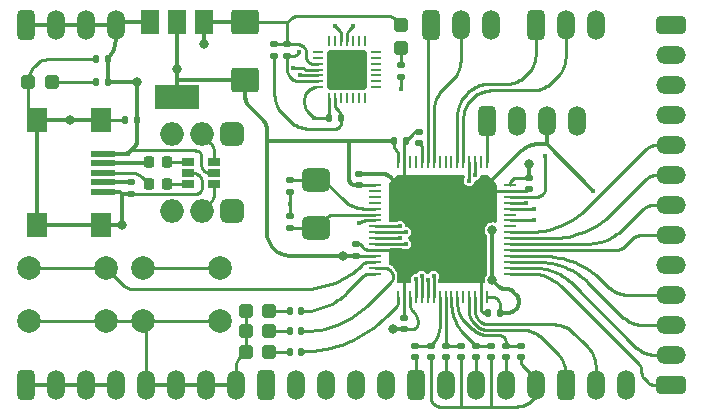
<source format=gbr>
G04 #@! TF.GenerationSoftware,KiCad,Pcbnew,(5.99.0-6506-gfdf6547f5f)*
G04 #@! TF.CreationDate,2020-10-25T23:45:09+03:00*
G04 #@! TF.ProjectId,DevBoard,44657642-6f61-4726-942e-6b696361645f,rev?*
G04 #@! TF.SameCoordinates,Original*
G04 #@! TF.FileFunction,Copper,L1,Top*
G04 #@! TF.FilePolarity,Positive*
%FSLAX46Y46*%
G04 Gerber Fmt 4.6, Leading zero omitted, Abs format (unit mm)*
G04 Created by KiCad (PCBNEW (5.99.0-6506-gfdf6547f5f)) date 2020-10-25 23:45:09*
%MOMM*%
%LPD*%
G01*
G04 APERTURE LIST*
G04 Aperture macros list*
%AMRoundRect*
0 Rectangle with rounded corners*
0 $1 Rounding radius*
0 $2 $3 $4 $5 $6 $7 $8 $9 X,Y pos of 4 corners*
0 Add a 4 corners polygon primitive as box body*
4,1,4,$2,$3,$4,$5,$6,$7,$8,$9,$2,$3,0*
0 Add four circle primitives for the rounded corners*
1,1,$1+$1,$2,$3,0*
1,1,$1+$1,$4,$5,0*
1,1,$1+$1,$6,$7,0*
1,1,$1+$1,$8,$9,0*
0 Add four rect primitives between the rounded corners*
20,1,$1+$1,$2,$3,$4,$5,0*
20,1,$1+$1,$4,$5,$6,$7,0*
20,1,$1+$1,$6,$7,$8,$9,0*
20,1,$1+$1,$8,$9,$2,$3,0*%
G04 Aperture macros list end*
G04 #@! TA.AperFunction,SMDPad,CuDef*
%ADD10RoundRect,0.147500X0.147500X0.172500X-0.147500X0.172500X-0.147500X-0.172500X0.147500X-0.172500X0*%
G04 #@! TD*
G04 #@! TA.AperFunction,SMDPad,CuDef*
%ADD11RoundRect,0.300000X-0.300000X-0.300000X0.300000X-0.300000X0.300000X0.300000X-0.300000X0.300000X0*%
G04 #@! TD*
G04 #@! TA.AperFunction,SMDPad,CuDef*
%ADD12R,2.000000X0.500000*%
G04 #@! TD*
G04 #@! TA.AperFunction,SMDPad,CuDef*
%ADD13R,1.700000X2.000000*%
G04 #@! TD*
G04 #@! TA.AperFunction,SMDPad,CuDef*
%ADD14RoundRect,0.147500X0.172500X-0.147500X0.172500X0.147500X-0.172500X0.147500X-0.172500X-0.147500X0*%
G04 #@! TD*
G04 #@! TA.AperFunction,SMDPad,CuDef*
%ADD15RoundRect,0.218750X0.218750X0.256250X-0.218750X0.256250X-0.218750X-0.256250X0.218750X-0.256250X0*%
G04 #@! TD*
G04 #@! TA.AperFunction,ComponentPad*
%ADD16RoundRect,0.500000X0.500000X0.500000X-0.500000X0.500000X-0.500000X-0.500000X0.500000X-0.500000X0*%
G04 #@! TD*
G04 #@! TA.AperFunction,ComponentPad*
%ADD17O,2.000000X2.000000*%
G04 #@! TD*
G04 #@! TA.AperFunction,SMDPad,CuDef*
%ADD18R,1.500000X2.000000*%
G04 #@! TD*
G04 #@! TA.AperFunction,SMDPad,CuDef*
%ADD19R,3.800000X2.000000*%
G04 #@! TD*
G04 #@! TA.AperFunction,SMDPad,CuDef*
%ADD20RoundRect,0.250000X0.925000X-0.787500X0.925000X0.787500X-0.925000X0.787500X-0.925000X-0.787500X0*%
G04 #@! TD*
G04 #@! TA.AperFunction,SMDPad,CuDef*
%ADD21RoundRect,0.062500X-0.337500X-0.062500X0.337500X-0.062500X0.337500X0.062500X-0.337500X0.062500X0*%
G04 #@! TD*
G04 #@! TA.AperFunction,SMDPad,CuDef*
%ADD22RoundRect,0.062500X-0.062500X-0.337500X0.062500X-0.337500X0.062500X0.337500X-0.062500X0.337500X0*%
G04 #@! TD*
G04 #@! TA.AperFunction,SMDPad,CuDef*
%ADD23RoundRect,0.250000X-1.425000X-1.425000X1.425000X-1.425000X1.425000X1.425000X-1.425000X1.425000X0*%
G04 #@! TD*
G04 #@! TA.AperFunction,SMDPad,CuDef*
%ADD24R,1.060000X0.650000*%
G04 #@! TD*
G04 #@! TA.AperFunction,ComponentPad*
%ADD25RoundRect,0.375000X-0.375000X-0.895000X0.375000X-0.895000X0.375000X0.895000X-0.375000X0.895000X0*%
G04 #@! TD*
G04 #@! TA.AperFunction,ComponentPad*
%ADD26O,1.500000X2.540000*%
G04 #@! TD*
G04 #@! TA.AperFunction,SMDPad,CuDef*
%ADD27RoundRect,0.300000X-0.300000X0.300000X-0.300000X-0.300000X0.300000X-0.300000X0.300000X0.300000X0*%
G04 #@! TD*
G04 #@! TA.AperFunction,SMDPad,CuDef*
%ADD28RoundRect,0.147500X-0.172500X0.147500X-0.172500X-0.147500X0.172500X-0.147500X0.172500X0.147500X0*%
G04 #@! TD*
G04 #@! TA.AperFunction,SMDPad,CuDef*
%ADD29RoundRect,0.147500X-0.147500X-0.172500X0.147500X-0.172500X0.147500X0.172500X-0.147500X0.172500X0*%
G04 #@! TD*
G04 #@! TA.AperFunction,ComponentPad*
%ADD30RoundRect,0.375000X-0.895000X0.375000X-0.895000X-0.375000X0.895000X-0.375000X0.895000X0.375000X0*%
G04 #@! TD*
G04 #@! TA.AperFunction,ComponentPad*
%ADD31O,2.540000X1.500000*%
G04 #@! TD*
G04 #@! TA.AperFunction,ComponentPad*
%ADD32RoundRect,0.375000X0.895000X-0.375000X0.895000X0.375000X-0.895000X0.375000X-0.895000X-0.375000X0*%
G04 #@! TD*
G04 #@! TA.AperFunction,ComponentPad*
%ADD33C,2.000000*%
G04 #@! TD*
G04 #@! TA.AperFunction,SMDPad,CuDef*
%ADD34R,1.000000X0.250000*%
G04 #@! TD*
G04 #@! TA.AperFunction,SMDPad,CuDef*
%ADD35R,0.250000X1.000000*%
G04 #@! TD*
G04 #@! TA.AperFunction,SMDPad,CuDef*
%ADD36RoundRect,0.500000X-0.700000X0.500000X-0.700000X-0.500000X0.700000X-0.500000X0.700000X0.500000X0*%
G04 #@! TD*
G04 #@! TA.AperFunction,ViaPad*
%ADD37C,0.800000*%
G04 #@! TD*
G04 #@! TA.AperFunction,ViaPad*
%ADD38C,0.400000*%
G04 #@! TD*
G04 #@! TA.AperFunction,Conductor*
%ADD39C,0.350000*%
G04 #@! TD*
G04 #@! TA.AperFunction,Conductor*
%ADD40C,0.250000*%
G04 #@! TD*
G04 APERTURE END LIST*
D10*
X50069100Y-84274900D03*
X49099100Y-84274900D03*
D11*
X40837100Y-81049100D03*
X42837100Y-81049100D03*
D12*
X47153300Y-87119900D03*
X47153300Y-87919900D03*
X47153300Y-88719900D03*
X47153300Y-89519900D03*
X47153300Y-90319900D03*
D13*
X47053300Y-93169900D03*
X41603300Y-84269900D03*
X41603300Y-93169900D03*
X47053300Y-84269900D03*
D14*
X49596800Y-90487600D03*
X49596800Y-89517600D03*
D15*
X52644900Y-87767400D03*
X51069900Y-87767400D03*
D16*
X58105800Y-85468700D03*
D17*
X55565800Y-85468700D03*
X53025800Y-85468700D03*
D16*
X58105800Y-91945700D03*
D17*
X55565800Y-91945700D03*
X53025800Y-91945700D03*
D10*
X47592600Y-81049100D03*
X46622600Y-81049100D03*
D15*
X52644900Y-89672400D03*
X51069900Y-89672400D03*
D18*
X55732200Y-75968700D03*
X53432200Y-75968700D03*
D19*
X53432200Y-82268700D03*
D18*
X51132200Y-75968700D03*
D20*
X59245500Y-80897700D03*
X59245500Y-75972700D03*
D21*
X65406100Y-78471900D03*
X65406100Y-78971900D03*
X65406100Y-79471900D03*
X65406100Y-79971900D03*
X65406100Y-80471900D03*
X65406100Y-80971900D03*
X65406100Y-81471900D03*
D22*
X66356100Y-82421900D03*
X66856100Y-82421900D03*
X67356100Y-82421900D03*
X67856100Y-82421900D03*
X68356100Y-82421900D03*
X68856100Y-82421900D03*
X69356100Y-82421900D03*
D21*
X70306100Y-81471900D03*
X70306100Y-80971900D03*
X70306100Y-80471900D03*
X70306100Y-79971900D03*
X70306100Y-79471900D03*
X70306100Y-78971900D03*
X70306100Y-78471900D03*
D22*
X69356100Y-77521900D03*
X68856100Y-77521900D03*
X68356100Y-77521900D03*
X67856100Y-77521900D03*
X67356100Y-77521900D03*
X66856100Y-77521900D03*
X66356100Y-77521900D03*
D23*
X67856100Y-79971900D03*
D24*
X54415000Y-87769900D03*
X54415000Y-88719900D03*
X54415000Y-89669900D03*
X56615000Y-89669900D03*
X56615000Y-88719900D03*
X56615000Y-87769900D03*
D25*
X40640000Y-76200000D03*
D26*
X43180000Y-76200000D03*
X45720000Y-76200000D03*
X48260000Y-76200000D03*
D10*
X47591840Y-79054960D03*
X46621840Y-79054960D03*
D27*
X72405240Y-76175360D03*
X72405240Y-78175360D03*
D28*
X82550000Y-103350200D03*
X82550000Y-104320200D03*
X83271360Y-89126200D03*
X83271360Y-90096200D03*
X63030100Y-89367500D03*
X63030100Y-90337500D03*
X80010000Y-103350200D03*
X80010000Y-104320200D03*
D29*
X71849120Y-85989160D03*
X72819120Y-85989160D03*
D14*
X63030100Y-93355020D03*
X63030100Y-92385020D03*
D28*
X77470000Y-103350200D03*
X77470000Y-104320200D03*
D14*
X72689720Y-101952920D03*
X72689720Y-100982920D03*
D28*
X74930000Y-103350200D03*
X74930000Y-104320200D03*
D14*
X68590160Y-95750240D03*
X68590160Y-94780240D03*
X68910200Y-89750760D03*
X68910200Y-88780760D03*
D10*
X80784560Y-100553520D03*
X79814560Y-100553520D03*
D14*
X61706760Y-78808440D03*
X61706760Y-77838440D03*
X62788800Y-78805900D03*
X62788800Y-77835900D03*
D11*
X59269120Y-100441760D03*
X61269120Y-100441760D03*
X59269120Y-102148640D03*
X61269120Y-102148640D03*
X59269120Y-103855520D03*
X61269120Y-103855520D03*
D25*
X40640000Y-106680000D03*
D26*
X43180000Y-106680000D03*
X45720000Y-106680000D03*
X48260000Y-106680000D03*
X50800000Y-106680000D03*
X53340000Y-106680000D03*
X55880000Y-106680000D03*
X58420000Y-106680000D03*
D30*
X95250000Y-76200000D03*
D31*
X95250000Y-78740000D03*
X95250000Y-81280000D03*
X95250000Y-83820000D03*
X95250000Y-86360000D03*
X95250000Y-88900000D03*
X95250000Y-91440000D03*
X95250000Y-93980000D03*
D25*
X73660000Y-106680000D03*
D26*
X76200000Y-106680000D03*
X78740000Y-106680000D03*
X81280000Y-106680000D03*
X83820000Y-106680000D03*
D25*
X60960000Y-106680000D03*
D26*
X63500000Y-106680000D03*
X66040000Y-106680000D03*
X68580000Y-106680000D03*
X71120000Y-106680000D03*
D32*
X95250000Y-106680000D03*
D31*
X95250000Y-104140000D03*
X95250000Y-101600000D03*
X95250000Y-99060000D03*
X95250000Y-96520000D03*
D25*
X79692500Y-84366100D03*
D26*
X82232500Y-84366100D03*
X84772500Y-84366100D03*
X87312500Y-84366100D03*
D25*
X74930000Y-76200000D03*
D26*
X77470000Y-76200000D03*
X80010000Y-76200000D03*
D25*
X86360000Y-106680000D03*
D26*
X88900000Y-106680000D03*
X91440000Y-106680000D03*
D25*
X83820000Y-76200000D03*
D26*
X86360000Y-76200000D03*
X88900000Y-76200000D03*
D28*
X73647300Y-103350200D03*
X73647300Y-104320200D03*
X76200000Y-103350200D03*
X76200000Y-104320200D03*
X78740000Y-103350200D03*
X78740000Y-104320200D03*
X81280000Y-103350200D03*
X81280000Y-104320200D03*
D14*
X73964800Y-86225240D03*
X73964800Y-85255240D03*
X72405240Y-80586440D03*
X72405240Y-79616440D03*
D10*
X63985000Y-100439220D03*
X63015000Y-100439220D03*
X63985000Y-102148640D03*
X63015000Y-102148640D03*
X63985000Y-103858060D03*
X63015000Y-103858060D03*
D29*
X66355100Y-84086700D03*
X67325100Y-84086700D03*
D33*
X40967520Y-101285040D03*
X47467520Y-101285040D03*
X40967520Y-96785040D03*
X47467520Y-96785040D03*
X57068720Y-101285040D03*
X50568720Y-101285040D03*
X50568720Y-96785040D03*
X57068720Y-96785040D03*
D34*
X70246000Y-89750000D03*
X70246000Y-90250000D03*
X70246000Y-90750000D03*
X70246000Y-91250000D03*
X70246000Y-91750000D03*
X70246000Y-92250000D03*
X70246000Y-92750000D03*
X70246000Y-93250000D03*
X70246000Y-93750000D03*
X70246000Y-94250000D03*
X70246000Y-94750000D03*
X70246000Y-95250000D03*
X70246000Y-95750000D03*
X70246000Y-96250000D03*
X70246000Y-96750000D03*
X70246000Y-97250000D03*
D35*
X72196000Y-99200000D03*
X72696000Y-99200000D03*
X73196000Y-99200000D03*
X73696000Y-99200000D03*
X74196000Y-99200000D03*
X74696000Y-99200000D03*
X75196000Y-99200000D03*
X75696000Y-99200000D03*
X76196000Y-99200000D03*
X76696000Y-99200000D03*
X77196000Y-99200000D03*
X77696000Y-99200000D03*
X78196000Y-99200000D03*
X78696000Y-99200000D03*
X79196000Y-99200000D03*
X79696000Y-99200000D03*
D34*
X81646000Y-97250000D03*
X81646000Y-96750000D03*
X81646000Y-96250000D03*
X81646000Y-95750000D03*
X81646000Y-95250000D03*
X81646000Y-94750000D03*
X81646000Y-94250000D03*
X81646000Y-93750000D03*
X81646000Y-93250000D03*
X81646000Y-92750000D03*
X81646000Y-92250000D03*
X81646000Y-91750000D03*
X81646000Y-91250000D03*
X81646000Y-90750000D03*
X81646000Y-90250000D03*
X81646000Y-89750000D03*
D35*
X79696000Y-87800000D03*
X79196000Y-87800000D03*
X78696000Y-87800000D03*
X78196000Y-87800000D03*
X77696000Y-87800000D03*
X77196000Y-87800000D03*
X76696000Y-87800000D03*
X76196000Y-87800000D03*
X75696000Y-87800000D03*
X75196000Y-87800000D03*
X74696000Y-87800000D03*
X74196000Y-87800000D03*
X73696000Y-87800000D03*
X73196000Y-87800000D03*
X72696000Y-87800000D03*
X72196000Y-87800000D03*
D36*
X65217040Y-89356180D03*
X65217040Y-93356180D03*
D37*
X50069100Y-81049100D03*
D38*
X83693000Y-92750640D03*
X65072260Y-84086700D03*
D37*
X44409360Y-84269900D03*
X75946000Y-93502480D03*
X55740300Y-77787500D03*
D38*
X63025024Y-91358720D03*
X88706960Y-90225880D03*
D37*
X79196000Y-96725740D03*
X48809400Y-93169900D03*
X80162400Y-93573600D03*
X67482720Y-95750380D03*
X53432200Y-79956660D03*
X71749920Y-101955600D03*
X83271360Y-88005920D03*
X80162400Y-97805240D03*
D38*
X68859400Y-92979240D03*
X72847200Y-94754700D03*
X72364600Y-94246700D03*
X72834500Y-93751400D03*
X72313800Y-93243400D03*
X75194160Y-97454718D03*
X74696320Y-97754436D03*
X74193400Y-97449640D03*
X73686401Y-97750276D03*
X84640420Y-87294722D03*
X63881000Y-80467200D03*
X83687920Y-91749880D03*
X83012280Y-91246960D03*
X63322200Y-79870300D03*
X68356480Y-76311760D03*
X78694280Y-88905080D03*
X78192381Y-89380090D03*
X66852800Y-76311760D03*
X72405240Y-81635600D03*
X63804800Y-78516480D03*
D39*
X47592600Y-81049100D02*
X50069100Y-81049100D01*
X50069100Y-81049100D02*
X50069100Y-84274900D01*
D40*
X65051669Y-81491114D02*
X64956475Y-81514959D01*
X64282934Y-83054503D02*
X64298736Y-83111604D01*
X55368553Y-86974046D02*
X55332196Y-86941094D01*
D39*
X50013967Y-86332463D02*
X50026761Y-86299296D01*
X48003438Y-78511047D02*
X48051387Y-78415788D01*
D40*
X55522839Y-88119771D02*
X55528916Y-88154796D01*
X55206341Y-86865660D02*
X55160142Y-86849129D01*
X56171400Y-88719900D02*
X56615000Y-88719900D01*
D39*
X49999561Y-86364962D02*
X50013967Y-86332463D01*
D40*
X65072260Y-84086700D02*
X66355100Y-84086700D01*
X55570131Y-88290663D02*
X55584537Y-88323162D01*
X64251575Y-82373882D02*
X64246760Y-82471900D01*
D39*
X48094605Y-78318291D02*
X48132986Y-78218791D01*
X49463968Y-86955498D02*
X49435943Y-86977369D01*
D40*
X55250698Y-86886639D02*
X55206341Y-86865660D01*
X55836083Y-88618182D02*
X55861111Y-88634031D01*
D39*
X49983578Y-86396714D02*
X49999561Y-86364962D01*
D40*
X55744623Y-88543123D02*
X55727132Y-88525632D01*
D39*
X50055182Y-86196596D02*
X50061260Y-86161571D01*
D40*
X64600313Y-83614753D02*
X65072260Y-84086700D01*
X56112241Y-88716993D02*
X56141785Y-88719172D01*
X55515000Y-88013500D02*
X55515000Y-87327600D01*
X56024748Y-88701812D02*
X56053652Y-88708302D01*
X83693000Y-92750640D02*
X81646640Y-92750640D01*
X55766078Y-88563549D02*
X55788509Y-88582899D01*
X64956475Y-81514959D02*
X64864076Y-81548020D01*
D39*
X50065611Y-86126290D02*
X50068226Y-86090837D01*
X50037912Y-86265542D02*
X50047393Y-86231281D01*
X49040037Y-87119026D02*
X49004500Y-87119900D01*
X50026761Y-86299296D02*
X50037912Y-86265542D01*
X50069100Y-86055300D02*
X50069100Y-84274900D01*
D40*
X55476939Y-87136258D02*
X55455960Y-87091901D01*
D39*
X48166439Y-78117528D02*
X48194883Y-78014745D01*
X49004500Y-87119900D02*
X47153300Y-87119900D01*
D40*
X64539653Y-81764793D02*
X64473749Y-81837506D01*
X64322880Y-82089216D02*
X64289819Y-82181615D01*
D39*
X49110771Y-87112060D02*
X49075490Y-87116411D01*
D40*
X55679400Y-88472968D02*
X55702619Y-88499885D01*
D39*
X49214742Y-87088712D02*
X49180481Y-87098193D01*
D40*
X64775363Y-81589978D02*
X64691189Y-81640430D01*
D39*
X49881478Y-86541684D02*
X49904698Y-86514767D01*
X49904698Y-86514767D02*
X49926569Y-86486742D01*
X47592600Y-81049100D02*
X47592600Y-79055720D01*
D40*
X64259824Y-82938319D02*
X64269953Y-82996694D01*
X64450193Y-83431832D02*
X64484308Y-83480272D01*
X55064008Y-86830007D02*
X55015000Y-86827600D01*
X55515000Y-87327600D02*
X55512592Y-87278591D01*
X55505392Y-87230054D02*
X55493470Y-87182457D01*
D39*
X47950872Y-78603838D02*
X48003438Y-78511047D01*
D40*
X55112545Y-86837207D02*
X55064008Y-86830007D01*
X55637060Y-88415879D02*
X55657529Y-88444943D01*
X55528916Y-88154796D02*
X55536705Y-88189481D01*
X64289819Y-82181615D02*
X64265974Y-82276809D01*
X64338644Y-83223139D02*
X64362654Y-83277304D01*
X66356100Y-82421900D02*
X66356100Y-84085700D01*
D39*
X49248497Y-87077561D02*
X49214742Y-87088712D01*
D40*
X55744623Y-88543123D02*
X55766078Y-88563549D01*
D39*
X49926569Y-86486742D02*
X49947038Y-86457678D01*
D40*
X55160142Y-86849129D02*
X55112545Y-86837207D01*
D39*
X48132986Y-78218791D02*
X48166439Y-78117528D01*
D40*
X55536705Y-88189481D02*
X55546186Y-88223742D01*
D39*
X49075490Y-87116411D02*
X49040037Y-87119026D01*
D40*
X55996197Y-88693910D02*
X56024748Y-88701812D01*
D39*
X49145796Y-87105982D02*
X49110771Y-87112060D01*
D40*
X55886886Y-88648632D02*
X55913347Y-88661952D01*
X64520759Y-83526980D02*
X64559458Y-83571843D01*
D39*
X49516632Y-86907767D02*
X49490885Y-86932279D01*
X49376846Y-87016857D02*
X49345915Y-87034378D01*
D40*
X55512592Y-87278591D02*
X55505392Y-87230054D01*
D39*
X49180481Y-87098193D02*
X49145796Y-87105982D01*
D40*
X64415290Y-81916329D02*
X64364838Y-82000503D01*
X55015000Y-86827600D02*
X49596800Y-86827600D01*
D39*
X50068226Y-86090837D02*
X50069100Y-86055300D01*
X45720000Y-76200000D02*
X48260000Y-76200000D01*
D40*
X64269953Y-82996694D02*
X64282934Y-83054503D01*
X56082840Y-88713367D02*
X56112241Y-88716993D01*
X55493470Y-87182457D02*
X55476939Y-87136258D01*
X55546186Y-88223742D02*
X55557337Y-88257497D01*
X55401505Y-87010403D02*
X55368553Y-86974046D01*
X55968068Y-88684618D02*
X55996197Y-88693910D01*
D39*
X49856967Y-86567431D02*
X49516632Y-86907767D01*
D40*
X64691189Y-81640430D02*
X64612366Y-81698889D01*
D39*
X48249536Y-77699770D02*
X48257382Y-77593413D01*
D40*
X64362654Y-83277304D02*
X64389292Y-83330226D01*
D39*
X47697139Y-78945957D02*
X47766797Y-78865204D01*
X48236482Y-77805614D02*
X48249536Y-77699770D01*
D40*
X64364838Y-82000503D02*
X64322880Y-82089216D01*
X55657529Y-88444943D02*
X55679400Y-88472968D01*
X64248213Y-82820429D02*
X64252571Y-82879517D01*
X65246760Y-81471900D02*
X65148742Y-81476715D01*
D39*
X49345915Y-87034378D02*
X49314162Y-87050362D01*
D40*
X64246760Y-82761200D02*
X64248213Y-82820429D01*
D39*
X43180000Y-76200000D02*
X45720000Y-76200000D01*
D40*
X55702619Y-88499885D02*
X55727132Y-88525632D01*
D39*
X49856967Y-86567431D02*
X49881478Y-86541684D01*
D40*
X55455960Y-87091901D02*
X55430734Y-87049814D01*
X64473749Y-81837506D02*
X64415290Y-81916329D01*
D39*
X47766797Y-78865204D02*
X47832409Y-78781130D01*
D40*
X64265974Y-82276809D02*
X64251575Y-82373882D01*
X55518487Y-88084490D02*
X55522839Y-88119771D01*
D39*
X48194883Y-78014745D02*
X48218249Y-77910690D01*
X49490885Y-86932279D02*
X49463968Y-86955498D01*
X49406879Y-86997838D02*
X49376846Y-87016857D01*
X47832409Y-78781130D02*
X47893817Y-78693938D01*
D40*
X64864076Y-81548020D02*
X64775363Y-81589978D01*
D39*
X49314162Y-87050362D02*
X49281663Y-87064767D01*
D40*
X64484308Y-83480272D02*
X64520759Y-83526980D01*
X56053652Y-88708302D02*
X56082840Y-88713367D01*
X55584537Y-88323162D02*
X55600520Y-88354915D01*
X55811863Y-88601124D02*
X55836083Y-88618182D01*
X55600520Y-88354915D02*
X55618042Y-88385846D01*
X64246760Y-82761200D02*
X64246760Y-82471900D01*
X64389292Y-83330226D02*
X64418495Y-83381776D01*
D39*
X50061260Y-86161571D02*
X50065611Y-86126290D01*
X51132200Y-75968700D02*
X48491300Y-75968700D01*
D40*
X55332196Y-86941094D02*
X55292785Y-86911865D01*
X55515872Y-88049037D02*
X55518487Y-88084490D01*
D39*
X49281663Y-87064767D02*
X49248497Y-87077561D01*
D40*
X64252571Y-82879517D02*
X64259824Y-82938319D01*
D39*
X48260000Y-77486800D02*
X48260000Y-76200000D01*
D40*
X49596800Y-86827600D02*
X49304500Y-87119900D01*
D39*
X49435943Y-86977369D02*
X49406879Y-86997838D01*
X48051387Y-78415788D02*
X48094605Y-78318291D01*
D40*
X64559458Y-83571843D02*
X64600313Y-83614753D01*
X56141785Y-88719172D02*
X56171400Y-88719900D01*
X55940429Y-88673957D02*
X55968068Y-88684618D01*
D39*
X40640000Y-76200000D02*
X43180000Y-76200000D01*
D40*
X65148742Y-81476715D02*
X65051669Y-81491114D01*
X55292785Y-86911865D02*
X55250698Y-86886639D01*
D39*
X48218249Y-77910690D02*
X48236482Y-77805614D01*
D40*
X64317321Y-83167862D02*
X64338644Y-83223139D01*
X55861111Y-88634031D02*
X55886886Y-88648632D01*
X55788509Y-88582899D02*
X55811863Y-88601124D01*
X55557337Y-88257497D02*
X55570131Y-88290663D01*
X55515000Y-88013500D02*
X55515872Y-88049037D01*
D39*
X49966056Y-86427645D02*
X49983578Y-86396714D01*
X49947038Y-86457678D02*
X49966056Y-86427645D01*
D40*
X55913347Y-88661952D02*
X55940429Y-88673957D01*
X55618042Y-88385846D02*
X55637060Y-88415879D01*
X64298736Y-83111604D02*
X64317321Y-83167862D01*
X64418495Y-83381776D02*
X64450193Y-83431832D01*
X55430734Y-87049814D02*
X55401505Y-87010403D01*
D39*
X50047393Y-86231281D02*
X50055182Y-86196596D01*
D40*
X64612366Y-81698889D02*
X64539653Y-81764793D01*
D39*
X48257382Y-77593413D02*
X48260000Y-77486800D01*
X47893817Y-78693938D02*
X47950872Y-78603838D01*
X44409360Y-84269900D02*
X47053300Y-84269900D01*
X41603300Y-93169900D02*
X47053300Y-93169900D01*
D40*
X49099100Y-84274900D02*
X47058300Y-84274900D01*
X48644100Y-90319900D02*
X48657000Y-90332800D01*
D39*
X47153300Y-90319900D02*
X48644100Y-90319900D01*
X48657000Y-90332800D02*
X48809400Y-90485200D01*
X49596800Y-90487600D02*
X48811800Y-90487600D01*
D40*
X48811800Y-90487600D02*
X48809400Y-90485200D01*
X40837100Y-81049100D02*
X40837100Y-83503700D01*
X40837100Y-83503700D02*
X41603300Y-84269900D01*
D39*
X41603300Y-93169900D02*
X41603300Y-84269900D01*
D40*
X74933852Y-107787213D02*
X74945371Y-107864872D01*
X64702977Y-79425541D02*
X64724643Y-79435145D01*
D39*
X55880000Y-106680000D02*
X58420000Y-106680000D01*
D40*
X58420000Y-105204640D02*
X58420000Y-106680000D01*
X82762132Y-105102132D02*
X83820000Y-106160000D01*
X75651586Y-108504947D02*
X75730000Y-108508800D01*
X72696000Y-87800000D02*
X72696000Y-90250000D01*
X63554296Y-75448775D02*
X63612104Y-75435793D01*
X82550000Y-104590000D02*
X82550000Y-104320200D01*
X55124615Y-88805420D02*
X55092862Y-88789437D01*
X58511885Y-104742699D02*
X58490562Y-104797977D01*
X64478013Y-79220030D02*
X64490692Y-79240053D01*
X63497195Y-75464577D02*
X63554296Y-75448775D01*
D39*
X71492539Y-89054760D02*
X71537402Y-89093459D01*
D40*
X79496000Y-100553520D02*
X79814560Y-100553520D01*
X71604419Y-75504485D02*
X71658584Y-75528495D01*
X64769257Y-79451108D02*
X64792098Y-79457429D01*
X63765392Y-77851271D02*
X63687733Y-77839752D01*
X80010000Y-104320200D02*
X80010000Y-108508800D01*
X70246000Y-95250000D02*
X72699880Y-95250000D01*
X41723292Y-79391009D02*
X41566119Y-79507577D01*
X69389483Y-95164479D02*
X69421236Y-95180462D01*
X82762132Y-105102132D02*
X82737620Y-105076385D01*
D39*
X71397392Y-88984194D02*
X71445832Y-89018309D01*
D40*
X82169100Y-108508800D02*
X80010000Y-108508800D01*
X83242111Y-108183304D02*
X83319615Y-108128720D01*
D39*
X82814514Y-86698287D02*
X82914625Y-86634892D01*
X71580313Y-89134313D02*
X72696000Y-90250000D01*
X50800000Y-106680000D02*
X55880000Y-106680000D01*
D40*
X75164314Y-108274485D02*
X75222485Y-108327208D01*
X72696000Y-87800000D02*
X72696000Y-86112280D01*
X82635520Y-104931415D02*
X82619537Y-104899662D01*
D39*
X83801541Y-86317549D02*
X83919145Y-86303044D01*
D40*
X55330885Y-90403334D02*
X55370296Y-90374105D01*
D39*
X59245500Y-75972700D02*
X55736200Y-75972700D01*
D40*
X63385659Y-75504485D02*
X63440937Y-75483162D01*
X64423789Y-79089121D02*
X64430110Y-79111961D01*
X58623433Y-104534006D02*
X58591736Y-104584062D01*
X79196000Y-95250000D02*
X79196000Y-90251200D01*
X55541502Y-89322052D02*
X55535012Y-89293148D01*
X50800000Y-106680000D02*
X50800000Y-101516320D01*
X79408914Y-100540602D02*
X79437472Y-100547755D01*
X64409320Y-78971800D02*
X64409900Y-78995491D01*
D39*
X70726760Y-88780760D02*
X70785989Y-88782214D01*
D40*
X72699880Y-95250000D02*
X75946000Y-95250000D01*
X72696000Y-99200000D02*
X72696000Y-100976640D01*
X71658584Y-75528495D02*
X71711505Y-75555133D01*
X71711505Y-75555133D02*
X71763056Y-75584336D01*
X71260797Y-75418412D02*
X71319599Y-75425665D01*
D39*
X83017727Y-86576486D02*
X83123570Y-86523209D01*
D40*
X79283867Y-100465652D02*
X79305682Y-100485423D01*
X55550692Y-90036608D02*
X55553100Y-89987600D01*
X42252272Y-79140820D02*
X42068029Y-79206744D01*
X64466332Y-79199410D02*
X64478013Y-79220030D01*
X75946000Y-95250000D02*
X75946000Y-93502480D01*
X82550872Y-104625537D02*
X82550000Y-104590000D01*
X64603107Y-79362299D02*
X64621790Y-79376879D01*
X55288798Y-90428560D02*
X55330885Y-90403334D01*
X79196000Y-96725740D02*
X79196000Y-95250000D01*
X71319599Y-75425665D02*
X71377974Y-75435794D01*
X71549141Y-75483162D02*
X71604419Y-75504485D01*
X55543492Y-90085145D02*
X55550692Y-90036608D01*
X82819759Y-108395899D02*
X82908203Y-108361782D01*
X73705713Y-85257564D02*
X73729347Y-85255821D01*
X55535012Y-89293148D02*
X55527111Y-89264597D01*
X82737620Y-105076385D02*
X82714400Y-105049467D01*
X69486902Y-95207661D02*
X69520656Y-95218812D01*
X71492884Y-75464577D02*
X71549141Y-75483162D01*
X55406653Y-90341153D02*
X55439605Y-90304796D01*
X71953122Y-75725299D02*
X71996033Y-75766153D01*
X41891134Y-79290408D02*
X41723292Y-79391009D01*
X82571705Y-104765981D02*
X82563916Y-104731296D01*
D39*
X71347336Y-88952496D02*
X71397392Y-88984194D01*
D40*
X41173149Y-79941152D02*
X41072548Y-80108994D01*
X40988884Y-80285889D02*
X40922960Y-80470132D01*
X79218836Y-100368325D02*
X79231423Y-100394939D01*
X55102108Y-90485192D02*
X55150645Y-90477992D01*
X75946000Y-95250000D02*
X79196000Y-95250000D01*
X59269120Y-103855520D02*
X59269120Y-102148640D01*
X71861552Y-75650149D02*
X71908259Y-75686600D01*
X64227728Y-78128385D02*
X64175005Y-78070214D01*
X69589602Y-95236082D02*
X69624628Y-95242160D01*
X64175005Y-78070214D02*
X64116834Y-78017491D01*
D39*
X70785989Y-88782214D02*
X70845077Y-88786572D01*
D40*
X74930000Y-107708800D02*
X74930000Y-104320200D01*
X55060363Y-88775031D02*
X55027197Y-88762237D01*
X55439605Y-90304796D02*
X55468834Y-90265385D01*
X73411618Y-85396661D02*
X73428781Y-85380319D01*
X64504339Y-79259429D02*
X64518919Y-79278112D01*
X63128526Y-75650148D02*
X63176966Y-75616033D01*
X64585162Y-79346819D02*
X64603107Y-79362299D01*
X73504808Y-85323934D02*
X73525429Y-85312253D01*
X62788800Y-77835900D02*
X62788800Y-75972700D01*
X42442089Y-79093274D02*
X42252272Y-79140820D01*
X55027197Y-88762237D02*
X54993442Y-88751086D01*
X55553100Y-89439800D02*
X55553100Y-89987600D01*
X64348423Y-78329753D02*
X64314857Y-78258782D01*
X73635718Y-85269709D02*
X73658841Y-85264517D01*
D39*
X44409360Y-84269900D02*
X41603300Y-84269900D01*
D40*
X82563916Y-104731296D02*
X82557839Y-104696271D01*
X59245500Y-75972700D02*
X62787500Y-75972700D01*
X75285543Y-108373975D02*
X75352882Y-108414337D01*
X82592337Y-104833997D02*
X82581186Y-104800242D01*
X77470000Y-108508800D02*
X80010000Y-108508800D01*
X63986437Y-77930362D02*
X63915466Y-77896796D01*
D39*
X88706960Y-90225880D02*
X84772500Y-86291420D01*
D40*
X73612877Y-85276030D02*
X73635718Y-85269709D01*
X74930000Y-107708800D02*
X74933852Y-107787213D01*
X42831100Y-79054960D02*
X46621840Y-79054960D01*
X58535894Y-104688534D02*
X58511885Y-104742699D01*
X83162022Y-108234020D02*
X83242111Y-108183304D01*
X73682192Y-85260465D02*
X73705713Y-85257564D01*
X64518919Y-79278112D02*
X64534399Y-79296057D01*
X55467231Y-89129511D02*
X55451382Y-89104483D01*
X54993442Y-88751086D02*
X54959181Y-88741605D01*
X82692530Y-105021443D02*
X82672060Y-104992379D01*
X63331494Y-75528494D02*
X63385659Y-75504485D01*
D39*
X71077164Y-88832737D02*
X71133421Y-88851322D01*
D40*
X83394348Y-108070398D02*
X83466128Y-108008479D01*
X82263867Y-108506473D02*
X82358407Y-108499499D01*
X75730000Y-108508800D02*
X77470000Y-108508800D01*
X41289717Y-79783979D02*
X41173149Y-79941152D01*
X58694000Y-104438858D02*
X58657548Y-104485566D01*
X71142480Y-75412600D02*
X71201709Y-75414054D01*
X58562533Y-104635613D02*
X58535894Y-104688534D01*
D39*
X71242864Y-88896655D02*
X71295785Y-88923293D01*
D40*
X73411618Y-85396661D02*
X72819120Y-85989160D01*
D39*
X83231900Y-86475190D02*
X83342455Y-86432544D01*
D40*
X55531570Y-90132742D02*
X55543492Y-90085145D01*
X75064824Y-108153256D02*
X75111591Y-108216314D01*
D39*
X70845077Y-88786572D02*
X70903879Y-88793825D01*
D40*
X73590374Y-85283464D02*
X73612877Y-85276030D01*
X64815221Y-79462621D02*
X64838572Y-79466673D01*
X69218767Y-95037867D02*
X68961140Y-94780240D01*
X69624628Y-95242160D02*
X69659909Y-95246511D01*
D39*
X70726760Y-88780760D02*
X68910200Y-88780760D01*
D40*
X69218767Y-95037867D02*
X69244513Y-95062379D01*
X64567998Y-79330478D02*
X64585162Y-79346819D01*
X55550193Y-89380641D02*
X55546567Y-89351240D01*
X58657548Y-104485566D02*
X58623433Y-104534006D01*
X54889471Y-88727739D02*
X54854190Y-88723387D01*
X63278573Y-75555133D02*
X63331494Y-75528494D01*
X83319615Y-108128720D02*
X83394348Y-108070398D01*
X63915466Y-77896796D02*
X63841547Y-77870347D01*
D39*
X83569173Y-86363770D02*
X83684790Y-86337807D01*
D40*
X64534399Y-79296057D02*
X64550741Y-79313221D01*
D39*
X70903879Y-88793825D02*
X70962254Y-88803954D01*
D40*
X73525429Y-85312253D02*
X73546597Y-85301597D01*
X63609320Y-77835900D02*
X62903100Y-77835900D01*
X79305682Y-100485423D02*
X79329328Y-100502960D01*
X73546597Y-85301597D02*
X73568263Y-85291993D01*
X64724643Y-79435145D02*
X64746754Y-79443674D01*
X58425812Y-105086322D02*
X58421453Y-105145410D01*
X50568720Y-101285040D02*
X57068720Y-101285040D01*
X55495152Y-89181747D02*
X55481833Y-89155286D01*
X58443193Y-104969144D02*
X58433064Y-105027520D01*
X79329328Y-100502960D02*
X79354580Y-100518096D01*
X58433064Y-105027520D02*
X58425812Y-105086322D01*
X64374872Y-78403672D02*
X64348423Y-78329753D01*
X71435782Y-75448775D02*
X71492884Y-75464577D01*
X64909420Y-79471900D02*
X65406100Y-79471900D01*
X75352882Y-108414337D02*
X75423853Y-108447903D01*
X82729747Y-108425635D02*
X82819759Y-108395899D01*
X55155546Y-88822942D02*
X55124615Y-88805420D01*
X55242668Y-88884300D02*
X55214643Y-88862429D01*
X79264096Y-100443837D02*
X79283867Y-100465652D01*
X55451382Y-89104483D02*
X55434325Y-89080263D01*
X69695361Y-95249127D02*
X69730900Y-95250000D01*
X63081818Y-75686600D02*
X63128526Y-75650148D01*
X55468834Y-90265385D02*
X55494060Y-90223298D01*
X47467520Y-101285040D02*
X50568720Y-101285040D01*
D39*
X84037320Y-86294327D02*
X84155780Y-86291420D01*
D40*
X75573927Y-108493428D02*
X75651586Y-108504947D01*
D39*
X71537402Y-89093459D02*
X71580313Y-89134313D01*
D40*
X83534785Y-107943114D02*
X83820000Y-107657900D01*
X58471977Y-104854235D02*
X58456175Y-104911336D01*
X75111591Y-108216314D02*
X75164314Y-108274485D01*
X54959181Y-88741605D02*
X54924496Y-88733816D01*
X63030100Y-90337500D02*
X63030100Y-91353644D01*
X55198242Y-90466070D02*
X55244441Y-90449539D01*
X64792098Y-79457429D02*
X64815221Y-79462621D01*
D39*
X82624218Y-86839420D02*
X82717634Y-86766518D01*
D40*
X73428781Y-85380319D02*
X73446727Y-85364839D01*
X55553100Y-89439800D02*
X55552372Y-89410185D01*
X64414545Y-79042647D02*
X64418596Y-79065997D01*
X63030100Y-91353644D02*
X63025024Y-91358720D01*
X55295332Y-88932032D02*
X55269585Y-88907519D01*
X79197444Y-100282925D02*
X79201764Y-100312047D01*
X64393948Y-78479827D02*
X64374872Y-78403672D01*
X55376323Y-89013023D02*
X55295332Y-88932032D01*
X64437544Y-79134464D02*
X64446073Y-79156575D01*
D39*
X71295785Y-88923293D02*
X71347336Y-88952496D01*
D40*
X64116834Y-78017491D02*
X64053776Y-77970724D01*
X82452490Y-108487895D02*
X82545891Y-108471688D01*
X79196000Y-100253520D02*
X79196000Y-99200000D01*
X79201764Y-100312047D02*
X79208917Y-100340605D01*
D39*
X83454970Y-86395374D02*
X83569173Y-86363770D01*
D40*
X79196000Y-99200000D02*
X79196000Y-96725740D01*
X55517818Y-89236468D02*
X55507157Y-89208829D01*
X55053100Y-90487600D02*
X49596800Y-90487600D01*
X63025024Y-91358720D02*
X63025024Y-92379944D01*
X73658841Y-85264517D02*
X73682192Y-85260465D01*
X73753040Y-85255240D02*
X73964800Y-85255240D01*
X64838572Y-79466673D02*
X64862093Y-79469574D01*
X40967520Y-101285040D02*
X47467520Y-101285040D01*
X55053100Y-90487600D02*
X55102108Y-90485192D01*
X55434325Y-89080263D02*
X55416099Y-89056909D01*
X55416099Y-89056909D02*
X55396750Y-89034477D01*
X79196000Y-90251200D02*
X79197200Y-90250000D01*
D39*
X71133421Y-88851322D02*
X71188699Y-88872645D01*
X48809400Y-90485200D02*
X48809400Y-93169900D01*
D40*
X72696000Y-99200000D02*
X72696000Y-95253880D01*
X64314857Y-78258782D02*
X64274495Y-78191443D01*
X42635653Y-79064561D02*
X42442089Y-79093274D01*
X69328519Y-95127938D02*
X69358553Y-95146957D01*
X64661188Y-79403204D02*
X64681809Y-79414886D01*
X58421453Y-105145410D02*
X58420000Y-105204640D01*
X83079541Y-108280745D02*
X83162022Y-108234020D01*
X82545891Y-108471688D02*
X82638384Y-108450918D01*
X63036955Y-75725299D02*
X63081818Y-75686600D01*
X55185579Y-88841960D02*
X55155546Y-88822942D01*
X55527111Y-89264597D02*
X55517818Y-89236468D01*
X73465410Y-85350259D02*
X73484786Y-85336613D01*
X41566119Y-79507577D02*
X41421129Y-79638989D01*
X69554917Y-95228294D02*
X69589602Y-95236082D01*
X79208917Y-100340605D02*
X79218836Y-100368325D01*
X55552372Y-89410185D02*
X55550193Y-89380641D01*
X73484786Y-85336613D02*
X73504808Y-85323934D01*
X79381194Y-100530683D02*
X79408914Y-100540602D01*
X73729347Y-85255821D02*
X73753040Y-85255240D01*
X79231423Y-100394939D02*
X79246559Y-100420191D01*
D39*
X70962254Y-88803954D02*
X71020062Y-88816935D01*
D40*
X69520656Y-95218812D02*
X69554917Y-95228294D01*
X69730900Y-95250000D02*
X70246000Y-95250000D01*
X64430110Y-79111961D02*
X64437544Y-79134464D01*
D39*
X83684790Y-86337807D02*
X83801541Y-86317549D01*
D40*
X82557839Y-104696271D02*
X82553487Y-104660990D01*
X41421129Y-79638989D02*
X41289717Y-79783979D01*
X69421236Y-95180462D02*
X69453735Y-95194868D01*
X55507157Y-89208829D02*
X55495152Y-89181747D01*
X69453735Y-95194868D02*
X69486902Y-95207661D01*
X58490562Y-104797977D02*
X58471977Y-104854235D01*
D39*
X83123570Y-86523209D02*
X83231900Y-86475190D01*
D40*
X69244513Y-95062379D02*
X69271430Y-95085598D01*
X71813112Y-75616034D02*
X71861552Y-75650149D01*
X61706760Y-77838440D02*
X62786260Y-77838440D01*
X64418596Y-79065997D02*
X64423789Y-79089121D01*
X79354580Y-100518096D02*
X79381194Y-100530683D01*
X64862093Y-79469574D02*
X64885727Y-79471318D01*
X55092862Y-88789437D02*
X55060363Y-88775031D01*
X83466128Y-108008479D02*
X83534785Y-107943114D01*
X74964447Y-107941027D02*
X74990896Y-108014946D01*
X82169100Y-108508800D02*
X82263867Y-108506473D01*
X64405467Y-78557486D02*
X64393948Y-78479827D01*
X58591736Y-104584062D02*
X58562533Y-104635613D01*
X58773553Y-104351086D02*
X59269120Y-103855520D01*
X58773553Y-104351086D02*
X58732699Y-104393995D01*
D39*
X48809400Y-93169900D02*
X47053300Y-93169900D01*
D40*
X64621790Y-79376879D02*
X64641166Y-79390525D01*
X42831100Y-79054960D02*
X42635653Y-79064561D01*
X75222485Y-108327208D02*
X75285543Y-108373975D01*
X63227022Y-75584336D02*
X63278573Y-75555133D01*
X82672060Y-104992379D02*
X82653042Y-104962345D01*
D39*
X71020062Y-88816935D02*
X71077164Y-88832737D01*
D40*
X69299455Y-95107469D02*
X69328519Y-95127938D01*
X63687733Y-77839752D02*
X63609320Y-77835900D01*
X71201709Y-75414054D02*
X71260797Y-75418412D01*
X82605131Y-104867163D02*
X82592337Y-104833997D01*
X58456175Y-104911336D02*
X58443193Y-104969144D01*
X62994046Y-75766153D02*
X63036955Y-75725299D01*
X55546567Y-89351240D02*
X55541502Y-89322052D01*
X72696000Y-95253880D02*
X72699880Y-95250000D01*
X62994046Y-75766153D02*
X62787500Y-75972700D01*
X59269120Y-102148640D02*
X59269120Y-100441760D01*
D39*
X83342455Y-86432544D02*
X83454970Y-86395374D01*
D40*
X71763056Y-75584336D02*
X71813112Y-75616034D01*
X74990896Y-108014946D02*
X75024462Y-108085917D01*
X77470000Y-104320200D02*
X77470000Y-108508800D01*
X79197200Y-90250000D02*
X83117560Y-90250000D01*
X55214643Y-88862429D02*
X55185579Y-88841960D01*
X75423853Y-108447903D02*
X75497772Y-108474352D01*
X82619537Y-104899662D02*
X82605131Y-104867163D01*
X55494060Y-90223298D02*
X55515039Y-90178941D01*
D39*
X84772500Y-86291420D02*
X84772500Y-84366100D01*
D40*
X64409320Y-78635900D02*
X64409320Y-78971800D01*
X82553487Y-104660990D02*
X82550872Y-104625537D01*
X82994867Y-108323367D02*
X83079541Y-108280745D01*
X55481833Y-89155286D02*
X55467231Y-89129511D01*
X64274495Y-78191443D02*
X64227728Y-78128385D01*
X69271430Y-95085598D02*
X69299455Y-95107469D01*
X68961140Y-94780240D02*
X68590160Y-94780240D01*
X79437472Y-100547755D02*
X79466594Y-100552075D01*
X73446727Y-85364839D02*
X73465410Y-85350259D01*
X72696000Y-90250000D02*
X79197200Y-90250000D01*
D39*
X82448673Y-86998526D02*
X79197200Y-90250000D01*
D40*
X79246559Y-100420191D02*
X79264096Y-100443837D01*
X79196000Y-100253520D02*
X79197444Y-100282925D01*
X82358407Y-108499499D02*
X82452490Y-108487895D01*
X55396750Y-89034477D02*
X55376323Y-89013023D01*
X75024462Y-108085917D02*
X75064824Y-108153256D01*
X64490692Y-79240053D02*
X64504339Y-79259429D01*
X55370296Y-90374105D02*
X55406653Y-90341153D01*
X64455677Y-79178241D02*
X64466332Y-79199410D01*
D39*
X82448673Y-86998526D02*
X82534492Y-86916818D01*
X55740300Y-77787500D02*
X55740300Y-75976800D01*
D40*
X63841547Y-77870347D02*
X63765392Y-77851271D01*
X64409900Y-78995491D02*
X64411644Y-79019126D01*
X82638384Y-108450918D02*
X82729747Y-108425635D01*
X63788370Y-75414053D02*
X63847600Y-75412600D01*
X71908259Y-75686600D02*
X71953122Y-75725299D01*
X64681809Y-79414886D02*
X64702977Y-79425541D01*
D39*
X71188699Y-88872645D02*
X71242864Y-88896655D01*
D40*
X64641166Y-79390525D02*
X64661188Y-79403204D01*
X64885727Y-79471318D02*
X64909420Y-79471900D01*
X41072548Y-80108994D02*
X40988884Y-80285889D01*
X55150645Y-90477992D02*
X55198242Y-90466070D01*
X82908203Y-108361782D02*
X82994867Y-108323367D01*
X54924496Y-88733816D02*
X54889471Y-88727739D01*
X64409320Y-78635900D02*
X64405467Y-78557486D01*
X55244441Y-90449539D02*
X55288798Y-90428560D01*
X74945371Y-107864872D02*
X74964447Y-107941027D01*
D39*
X82534492Y-86916818D02*
X82624218Y-86839420D01*
D40*
X63612104Y-75435793D02*
X63670480Y-75425664D01*
X69659909Y-95246511D02*
X69695361Y-95249127D01*
X63729282Y-75418412D02*
X63788370Y-75414053D01*
X64053776Y-77970724D02*
X63986437Y-77930362D01*
D39*
X71445832Y-89018309D02*
X71492539Y-89054760D01*
D40*
X82714400Y-105049467D02*
X82692530Y-105021443D01*
X40922960Y-80470132D02*
X40875414Y-80659949D01*
X64411644Y-79019126D02*
X64414545Y-79042647D01*
D39*
X82914625Y-86634892D02*
X83017727Y-86576486D01*
D40*
X42068029Y-79206744D02*
X41891134Y-79290408D01*
X58732699Y-104393995D02*
X58694000Y-104438858D01*
X71377974Y-75435794D02*
X71435782Y-75448775D01*
X64446073Y-79156575D02*
X64455677Y-79178241D01*
D39*
X82717634Y-86766518D02*
X82814514Y-86698287D01*
D40*
X55515039Y-90178941D02*
X55531570Y-90132742D01*
X54854190Y-88723387D02*
X54818737Y-88720772D01*
X73568263Y-85291993D02*
X73590374Y-85283464D01*
X64746754Y-79443674D02*
X64769257Y-79451108D01*
X79466594Y-100552075D02*
X79496000Y-100553520D01*
X55269585Y-88907519D02*
X55242668Y-88884300D01*
X63670480Y-75425664D02*
X63729282Y-75418412D01*
X69358553Y-95146957D02*
X69389483Y-95164479D01*
X82653042Y-104962345D02*
X82635520Y-104931415D01*
X75497772Y-108474352D02*
X75573927Y-108493428D01*
X63440937Y-75483162D02*
X63497195Y-75464577D01*
D39*
X83919145Y-86303044D02*
X84037320Y-86294327D01*
D40*
X64567998Y-79330478D02*
X64550741Y-79313221D01*
D39*
X84155780Y-86291420D02*
X84772500Y-86291420D01*
D40*
X63176966Y-75616033D02*
X63227022Y-75584336D01*
X71142480Y-75412600D02*
X63847600Y-75412600D01*
X82581186Y-104800242D02*
X82571705Y-104765981D01*
X47467520Y-96785040D02*
X48826420Y-98148140D01*
X48826420Y-98148140D02*
X48973740Y-98275140D01*
X48973740Y-98275140D02*
X49113440Y-98369120D01*
X49113440Y-98369120D02*
X49298860Y-98458020D01*
X49298860Y-98458020D02*
X49476660Y-98513900D01*
X49476660Y-98513900D02*
X49646840Y-98544380D01*
X49646840Y-98544380D02*
X49799240Y-98552000D01*
X69128640Y-96481900D02*
X69237860Y-96393000D01*
X69237860Y-96393000D02*
X69339460Y-96334580D01*
X69339460Y-96334580D02*
X69469000Y-96283780D01*
X69469000Y-96283780D02*
X69565520Y-96260920D01*
X69565520Y-96260920D02*
X69697600Y-96250760D01*
X69697600Y-96250760D02*
X70246000Y-96250000D01*
X68329160Y-97174212D02*
X68600065Y-96962795D01*
X65524409Y-98417473D02*
X65859697Y-98342181D01*
X65185832Y-98476221D02*
X65524409Y-98417473D01*
X40967520Y-96785040D02*
X47467520Y-96785040D01*
X64844779Y-98518286D02*
X65185832Y-98476221D01*
X64158540Y-98552000D02*
X64502073Y-98543566D01*
X69109149Y-96501390D02*
X69128640Y-96481900D01*
X64158540Y-98552000D02*
X49799240Y-98552000D01*
X66837790Y-98019063D02*
X67151946Y-97879807D01*
X68860270Y-96738341D02*
X69109149Y-96501390D01*
X66190886Y-98250529D02*
X66517179Y-98142736D01*
X66517179Y-98142736D02*
X66837790Y-98019063D01*
X67458891Y-97725304D02*
X67757885Y-97555926D01*
X68600065Y-96962795D02*
X68860270Y-96738341D01*
X67151946Y-97879807D02*
X67458891Y-97725304D01*
X68048208Y-97372081D02*
X68329160Y-97174212D01*
X64502073Y-98543566D02*
X64844779Y-98518286D01*
X65859697Y-98342181D02*
X66190886Y-98250529D01*
X67757885Y-97555926D02*
X68048208Y-97372081D01*
X81133553Y-102622746D02*
X81166505Y-102659103D01*
X79457409Y-102434549D02*
X79562484Y-102452782D01*
X78344903Y-101839903D02*
X78422141Y-101913439D01*
X80829008Y-102478707D02*
X80877545Y-102485907D01*
X77196000Y-99791000D02*
X77196000Y-99200000D01*
X81241939Y-102784958D02*
X81258470Y-102831157D01*
X77623589Y-101085330D02*
X77689201Y-101169404D01*
X80780000Y-102476300D02*
X80829008Y-102478707D01*
X80877545Y-102485907D02*
X80925142Y-102497829D01*
X81195734Y-102698514D02*
X81220960Y-102740601D01*
X81015698Y-102535339D02*
X81057785Y-102560565D01*
X81258470Y-102831157D02*
X81270392Y-102878754D01*
X77289559Y-100421728D02*
X77323012Y-100522991D01*
X79562484Y-102452782D02*
X79668328Y-102465836D01*
X81097196Y-102589794D02*
X81133553Y-102622746D01*
X82550000Y-103350200D02*
X81280000Y-103350200D01*
X77452560Y-100815247D02*
X77505126Y-100908038D01*
X77206462Y-100003970D02*
X77219517Y-100109814D01*
X79049807Y-102310905D02*
X79149307Y-102349286D01*
X81057785Y-102560565D02*
X81097196Y-102589794D01*
X80925142Y-102497829D02*
X80971341Y-102514360D01*
X77689201Y-101169404D02*
X77758859Y-101250157D01*
X77505126Y-100908038D02*
X77562181Y-100998138D01*
X79668328Y-102465836D02*
X79774686Y-102473682D01*
X77562181Y-100998138D02*
X77623589Y-101085330D01*
X81277592Y-102927291D02*
X81280000Y-102976300D01*
X79774686Y-102473682D02*
X79881300Y-102476300D01*
X79353354Y-102411183D02*
X79457409Y-102434549D01*
X78952311Y-102267688D02*
X79049807Y-102310905D01*
X77198617Y-99897613D02*
X77206462Y-100003970D01*
X80971341Y-102514360D02*
X81015698Y-102535339D01*
X78344903Y-101839903D02*
X77832396Y-101327396D01*
X78422141Y-101913439D02*
X78502894Y-101983098D01*
X77361393Y-100622491D02*
X77404611Y-100719988D01*
X78857052Y-102219738D02*
X78952311Y-102267688D01*
X77237749Y-100214890D02*
X77261115Y-100318945D01*
X77323012Y-100522991D02*
X77361393Y-100622491D01*
X78502894Y-101983098D02*
X78586968Y-102048710D01*
X77219517Y-100109814D02*
X77237749Y-100214890D01*
X79250571Y-102382739D02*
X79353354Y-102411183D01*
X78586968Y-102048710D02*
X78674160Y-102110117D01*
X77404611Y-100719988D02*
X77452560Y-100815247D01*
X77261115Y-100318945D02*
X77289559Y-100421728D01*
X81166505Y-102659103D02*
X81195734Y-102698514D01*
X79149307Y-102349286D02*
X79250571Y-102382739D01*
X78764260Y-102167173D02*
X78857052Y-102219738D01*
X81270392Y-102878754D02*
X81277592Y-102927291D01*
X78674160Y-102110117D02*
X78764260Y-102167173D01*
X77196000Y-99791000D02*
X77198617Y-99897613D01*
X77758859Y-101250157D02*
X77832396Y-101327396D01*
X79881300Y-102476300D02*
X80780000Y-102476300D01*
X81220960Y-102740601D02*
X81241939Y-102784958D01*
X81280000Y-102976300D02*
X81280000Y-103350200D01*
X73837800Y-101348160D02*
X73837800Y-101452920D01*
D39*
X82018588Y-100389118D02*
X82045506Y-100365899D01*
D40*
X73383620Y-100392745D02*
X73360400Y-100365827D01*
D39*
X80914736Y-98497702D02*
X80882983Y-98481719D01*
X61064634Y-84920980D02*
X61071887Y-84979782D01*
D40*
X80153171Y-99203370D02*
X80221123Y-99213450D01*
D39*
X81487870Y-98570727D02*
X81452417Y-98568112D01*
X82361332Y-99930362D02*
X82370813Y-99896101D01*
X60905962Y-84477522D02*
X60935165Y-84529073D01*
D40*
X71872310Y-86584641D02*
X71865989Y-86561801D01*
X73799739Y-101644261D02*
X73778760Y-101688618D01*
D39*
X61076245Y-85038870D02*
X61077700Y-85098100D01*
X81931466Y-100450477D02*
X81961499Y-100431458D01*
D40*
X71853844Y-86491806D02*
X71852101Y-86468171D01*
X73217705Y-100082341D02*
X73209916Y-100047656D01*
D39*
X59245500Y-80897700D02*
X53553200Y-80897700D01*
D40*
X73767237Y-100941497D02*
X73745914Y-100886219D01*
D39*
X60961804Y-84581994D02*
X60985814Y-84636159D01*
X68040967Y-89348305D02*
X68052889Y-89395902D01*
D40*
X82246000Y-89126200D02*
X82187189Y-89129089D01*
D39*
X82378602Y-99861416D02*
X82384680Y-99826391D01*
D40*
X73525100Y-100537515D02*
X73484246Y-100494606D01*
X73337800Y-101952920D02*
X72689720Y-101952920D01*
X73281520Y-100247775D02*
X73265537Y-100216022D01*
X81782193Y-89345564D02*
X81747118Y-89392857D01*
D39*
X61071887Y-84979782D02*
X61076245Y-85038870D01*
X59599053Y-83119453D02*
X60724146Y-84244546D01*
X61087330Y-93946414D02*
X61116129Y-94140560D01*
D40*
X73435345Y-101943312D02*
X73386808Y-101950512D01*
D39*
X82350181Y-99964116D02*
X82361332Y-99930362D01*
D40*
X71897877Y-86650921D02*
X71888273Y-86629255D01*
X80666588Y-99511100D02*
X80701904Y-99570022D01*
X80414537Y-99282655D02*
X80473459Y-99317971D01*
D39*
X68033767Y-89299768D02*
X68040967Y-89348305D01*
X81868782Y-100483982D02*
X81900535Y-100467999D01*
D40*
X82128945Y-89137728D02*
X82071829Y-89152035D01*
D39*
X81769362Y-100522332D02*
X81803117Y-100511181D01*
X82306999Y-99201463D02*
X82289477Y-99170532D01*
X81903265Y-98754859D02*
X81876348Y-98731640D01*
D40*
X80084560Y-99200000D02*
X79696000Y-99200000D01*
D39*
X82389032Y-99471889D02*
X82384680Y-99436608D01*
X61663486Y-95164593D02*
X61808913Y-95296400D01*
X81803117Y-100511181D02*
X81836283Y-100498388D01*
X81929012Y-98779372D02*
X82180387Y-99030747D01*
X80822019Y-98445179D02*
X80792955Y-98424709D01*
X62687519Y-95711950D02*
X62881665Y-95740749D01*
X82378603Y-99401582D02*
X82370814Y-99366897D01*
X67482860Y-95750240D02*
X67482720Y-95750380D01*
X81848323Y-98709769D02*
X81819259Y-98689300D01*
X68031360Y-89250760D02*
X68031360Y-85989160D01*
X82204899Y-99056492D02*
X82180387Y-99030747D01*
X59316062Y-82672561D02*
X59337385Y-82727839D01*
X83271360Y-88005920D02*
X83271360Y-89126200D01*
D40*
X80784560Y-99900000D02*
X80784560Y-100553520D01*
X73209916Y-100047656D02*
X73203839Y-100012631D01*
X71865989Y-86561801D02*
X71860797Y-86538677D01*
X71851520Y-86444480D02*
X71851520Y-85991560D01*
X80352438Y-99253284D02*
X80414537Y-99282655D01*
D39*
X81665391Y-100545680D02*
X81700416Y-100539603D01*
D40*
X73196872Y-99941897D02*
X73196000Y-99906360D01*
D39*
X59297477Y-82616304D02*
X59316062Y-82672561D01*
X82337388Y-99265715D02*
X82322982Y-99233216D01*
D40*
X73721904Y-100832054D02*
X73695266Y-100779133D01*
X80528635Y-99358892D02*
X80579534Y-99405025D01*
D39*
X71849120Y-85989160D02*
X70068440Y-85989160D01*
D40*
X71860797Y-86538677D02*
X71856745Y-86515327D01*
D39*
X60985814Y-84636159D02*
X61007137Y-84691437D01*
X81836283Y-100498388D02*
X81868782Y-100483982D01*
X59258565Y-82443019D02*
X59268694Y-82501394D01*
X68115625Y-89528545D02*
X68144854Y-89567956D01*
X59245500Y-80897700D02*
X59245500Y-82265900D01*
X63077700Y-95750380D02*
X67482720Y-95750380D01*
D40*
X73265537Y-100216022D02*
X73251131Y-100183523D01*
X73801624Y-101054856D02*
X73785822Y-100997755D01*
X81648889Y-89667389D02*
X81646000Y-89726200D01*
X72138986Y-86961349D02*
X72149641Y-86982517D01*
X71852101Y-86468171D02*
X71851520Y-86444480D01*
D39*
X81990563Y-100410989D02*
X82018588Y-100389118D01*
D40*
X81963161Y-89197047D02*
X81912657Y-89227318D01*
D39*
X61531679Y-95019166D02*
X61663486Y-95164593D01*
X60935165Y-84529073D02*
X60961804Y-84581994D01*
X59245500Y-82265900D02*
X59246954Y-82325129D01*
X42180000Y-106680000D02*
X40640000Y-106680000D01*
X59483049Y-82984972D02*
X59519500Y-83031679D01*
X44720000Y-106680000D02*
X43180000Y-106680000D01*
X61313857Y-94693173D02*
X61414760Y-94861520D01*
D40*
X81671835Y-89552029D02*
X81657528Y-89609145D01*
D39*
X81224400Y-98567240D02*
X81188861Y-98566367D01*
D40*
X71879744Y-86607144D02*
X71872310Y-86584641D01*
D39*
X82270458Y-100122498D02*
X82289476Y-100092465D01*
X80980402Y-98524902D02*
X80947235Y-98512108D01*
D40*
X71908533Y-86672090D02*
X71897877Y-86650921D01*
X80473459Y-99317971D02*
X80528635Y-99358892D01*
D39*
X82204898Y-100206504D02*
X82228118Y-100179587D01*
X82337387Y-99997283D02*
X82350181Y-99964116D01*
D40*
X72100979Y-86901330D02*
X72114625Y-86920706D01*
D39*
X59337385Y-82727839D02*
X59361395Y-82782004D01*
X81452417Y-98568112D02*
X81416880Y-98567240D01*
X81700416Y-100539603D02*
X81735101Y-100531814D01*
X68214163Y-89637265D02*
X68253574Y-89666494D01*
X82228119Y-99083410D02*
X82204899Y-99056492D01*
X61041524Y-84804796D02*
X61054505Y-84862604D01*
D40*
X81912657Y-89227318D02*
X81865364Y-89262393D01*
D39*
X82249989Y-99111435D02*
X82228119Y-99083410D01*
D40*
X72190773Y-87118112D02*
X72193674Y-87141633D01*
D39*
X53432200Y-75968700D02*
X53432200Y-82268700D01*
X68854320Y-85989160D02*
X70068440Y-85989160D01*
D40*
X80731275Y-99632121D02*
X80754418Y-99696800D01*
D39*
X80712267Y-98355107D02*
X80162400Y-97805240D01*
X81594657Y-100552647D02*
X81630110Y-100550032D01*
D40*
X73634365Y-100677526D02*
X73600250Y-100629086D01*
X73529141Y-101914859D02*
X73482942Y-101931390D01*
D39*
X68090399Y-89486458D02*
X68115625Y-89528545D01*
D40*
X81747118Y-89392857D02*
X81716847Y-89443361D01*
D39*
X60764999Y-84287456D02*
X60803698Y-84332319D01*
D40*
X70068440Y-85989160D02*
X68031360Y-85989160D01*
D39*
X81627122Y-98598426D02*
X81592861Y-98588945D01*
X82350182Y-99298882D02*
X82337388Y-99265715D01*
X62134906Y-95514222D02*
X62312333Y-95598139D01*
D40*
X82246000Y-89126200D02*
X83271360Y-89126200D01*
X73573498Y-101893880D02*
X73529141Y-101914859D01*
X73695266Y-100779133D02*
X73666063Y-100727582D01*
X73251131Y-100183523D02*
X73238337Y-100150357D01*
X73753534Y-101730705D02*
X73724305Y-101770116D01*
X73837800Y-101452920D02*
X73835392Y-101501928D01*
D39*
X68295661Y-89691720D02*
X68340018Y-89712699D01*
D40*
X72054578Y-86847538D02*
X72070919Y-86864702D01*
D39*
X82322981Y-100029782D02*
X82337387Y-99997283D01*
D40*
X73837800Y-101348160D02*
X73836345Y-101288930D01*
D39*
X80852052Y-98464197D02*
X80822019Y-98445179D01*
X82384680Y-99436608D02*
X82378603Y-99401582D01*
X81819259Y-98689300D02*
X81789226Y-98670282D01*
D40*
X73691353Y-101806473D02*
X73654996Y-101839425D01*
D39*
X80162400Y-97805240D02*
X80162400Y-93573600D01*
X80764930Y-98402839D02*
X80738012Y-98379619D01*
D40*
X70246000Y-95750000D02*
X68590400Y-95750000D01*
D39*
X59251312Y-82384217D02*
X59258565Y-82443019D01*
X81735101Y-100531814D02*
X81769362Y-100522332D01*
D40*
X80084560Y-99200000D02*
X80153171Y-99203370D01*
D39*
X81558176Y-98581156D02*
X81523151Y-98575079D01*
X60874265Y-84427466D02*
X60905962Y-84477522D01*
D40*
X73408132Y-100418492D02*
X73383620Y-100392745D01*
D39*
X68253574Y-89666494D02*
X68295661Y-89691720D01*
X82391646Y-99755657D02*
X82392520Y-99720120D01*
D40*
X73563799Y-100582378D02*
X73525100Y-100537515D01*
X73666063Y-100727582D02*
X73634365Y-100677526D01*
X80287759Y-99230141D02*
X80352438Y-99253284D01*
X81865364Y-89262393D02*
X81821735Y-89301935D01*
X73724305Y-101770116D02*
X73691353Y-101806473D01*
D39*
X68031360Y-89250760D02*
X68033767Y-89299768D01*
X81660877Y-98609577D02*
X81627122Y-98598426D01*
X80882983Y-98481719D02*
X80852052Y-98464197D01*
D40*
X81657528Y-89609145D02*
X81648889Y-89667389D01*
D39*
X80738012Y-98379619D02*
X80712267Y-98355107D01*
D40*
X73654996Y-101839425D02*
X73615585Y-101868654D01*
D39*
X60840149Y-84379026D02*
X60874265Y-84427466D01*
X45720000Y-106680000D02*
X44720000Y-106680000D01*
X81083102Y-98553323D02*
X81048417Y-98545534D01*
D40*
X72167774Y-87026294D02*
X72175208Y-87048797D01*
X72086399Y-86882647D02*
X72100979Y-86901330D01*
D39*
X81929012Y-98779372D02*
X81903265Y-98754859D01*
X68144854Y-89567956D02*
X68177806Y-89604313D01*
D40*
X73600250Y-100629086D02*
X73563799Y-100582378D01*
X73831987Y-101229842D02*
X73824734Y-101171040D01*
D39*
X48260000Y-106680000D02*
X45720000Y-106680000D01*
X82389031Y-99791110D02*
X82391646Y-99755657D01*
X59388033Y-82834925D02*
X59417236Y-82886476D01*
D40*
X72149641Y-86982517D02*
X72159245Y-87004183D01*
D39*
X61077700Y-93750380D02*
X61087330Y-93946414D01*
X81592861Y-98588945D02*
X81558176Y-98581156D01*
D40*
X73482942Y-101931390D02*
X73435345Y-101943312D01*
X80221123Y-99213450D02*
X80287759Y-99230141D01*
D39*
X81118128Y-98559400D02*
X81083102Y-98553323D01*
X60803698Y-84332319D02*
X60840149Y-84379026D01*
D40*
X73814605Y-101112664D02*
X73801624Y-101054856D01*
X72175208Y-87048797D02*
X72181529Y-87071638D01*
X71976599Y-86768737D02*
X71961119Y-86750791D01*
X82016389Y-89171872D02*
X81963161Y-89197047D01*
X80754418Y-99696800D02*
X80771109Y-99763436D01*
X73824734Y-101171040D02*
X73814605Y-101112664D01*
D39*
X59417236Y-82886476D02*
X59448934Y-82936532D01*
D40*
X53553200Y-80897700D02*
X53432200Y-81018700D01*
D39*
X82392520Y-99542880D02*
X82392520Y-99720120D01*
X81694043Y-98622371D02*
X81660877Y-98609577D01*
D40*
X72186721Y-87094761D02*
X72190773Y-87118112D01*
D39*
X81559120Y-100553520D02*
X80784560Y-100553520D01*
X82322982Y-99233216D02*
X82306999Y-99201463D01*
D40*
X73386808Y-101950512D02*
X73337800Y-101952920D01*
D39*
X59361395Y-82782004D02*
X59388033Y-82834925D01*
D40*
X73196000Y-99906360D02*
X73196000Y-99200000D01*
D39*
X61054505Y-84862604D02*
X61064634Y-84920980D01*
D40*
X73203839Y-100012631D02*
X73199487Y-99977350D01*
D39*
X71749920Y-101955600D02*
X72687040Y-101955600D01*
X82289476Y-100092465D02*
X82306998Y-100061534D01*
X59281675Y-82559202D02*
X59297477Y-82616304D01*
X61025721Y-84747695D02*
X61041524Y-84804796D01*
X82391647Y-99507341D02*
X82389032Y-99471889D01*
D40*
X81716847Y-89443361D02*
X81691672Y-89496589D01*
D39*
X61808913Y-95296400D02*
X61966559Y-95413319D01*
X61163819Y-94330949D02*
X61229940Y-94515746D01*
X68433814Y-89741152D02*
X68482351Y-89748352D01*
X61007137Y-84691437D02*
X61025721Y-84747695D01*
D40*
X82071829Y-89152035D02*
X82016389Y-89171872D01*
X72181529Y-87071638D02*
X72186721Y-87094761D01*
X80579534Y-99405025D02*
X80625667Y-99455924D01*
D39*
X80947235Y-98512108D02*
X80914736Y-98497702D01*
D40*
X72114625Y-86920706D02*
X72127304Y-86940728D01*
D39*
X81630110Y-100550032D02*
X81665391Y-100545680D01*
D40*
X81646000Y-89726200D02*
X81646000Y-89750000D01*
D39*
X82370814Y-99366897D02*
X82361333Y-99332636D01*
D40*
X80625667Y-99455924D02*
X80666588Y-99511100D01*
D39*
X81224400Y-98567240D02*
X81416880Y-98567240D01*
D40*
X72196000Y-87188960D02*
X72196000Y-87800000D01*
X72127304Y-86940728D02*
X72138986Y-86961349D01*
D39*
X82306998Y-100061534D02*
X82322981Y-100029782D01*
D40*
X73745914Y-100886219D02*
X73721904Y-100832054D01*
X80771109Y-99763436D02*
X80781189Y-99831388D01*
D39*
X81559120Y-100553520D02*
X81594657Y-100552647D01*
D40*
X80701904Y-99570022D02*
X80731275Y-99632121D01*
X73408132Y-100418492D02*
X73484246Y-100494606D01*
X71992941Y-86785901D02*
X72054578Y-86847538D01*
X73199487Y-99977350D02*
X73196872Y-99941897D01*
X73318060Y-100308739D02*
X73299042Y-100278705D01*
D39*
X61116129Y-94140560D02*
X61163819Y-94330949D01*
D40*
X73360400Y-100365827D02*
X73338530Y-100337803D01*
D39*
X81876348Y-98731640D02*
X81848323Y-98709769D01*
X61414760Y-94861520D02*
X61531679Y-95019166D01*
D40*
X73615585Y-101868654D02*
X73573498Y-101893880D01*
D39*
X68052889Y-89395902D02*
X68069420Y-89442101D01*
X81726542Y-98636777D02*
X81694043Y-98622371D01*
D40*
X72193674Y-87141633D02*
X72195418Y-87165267D01*
D39*
X81188861Y-98566367D02*
X81153409Y-98563752D01*
X81523151Y-98575079D02*
X81487870Y-98570727D01*
D40*
X73828192Y-101550465D02*
X73816270Y-101598062D01*
X70246000Y-89750000D02*
X68910960Y-89750000D01*
D39*
X82361333Y-99332636D02*
X82350182Y-99298882D01*
X82228118Y-100179587D02*
X82249989Y-100151562D01*
X68386217Y-89729230D02*
X68433814Y-89741152D01*
X59448934Y-82936532D02*
X59483049Y-82984972D01*
X68482351Y-89748352D02*
X68531360Y-89750760D01*
D40*
X73816270Y-101598062D02*
X73799739Y-101644261D01*
D39*
X59246954Y-82325129D02*
X59251312Y-82384217D01*
X59519500Y-83031679D02*
X59558199Y-83076542D01*
X80792955Y-98424709D02*
X80764930Y-98402839D01*
D40*
X71946539Y-86732108D02*
X71932893Y-86712732D01*
D39*
X82249989Y-100151562D02*
X82270458Y-100122498D01*
X82384680Y-99826391D02*
X82389031Y-99791110D01*
X81048417Y-98545534D02*
X81014156Y-98536053D01*
X61229940Y-94515746D02*
X61313857Y-94693173D01*
X60724146Y-84244546D02*
X60764999Y-84287456D01*
X43180000Y-106680000D02*
X42180000Y-106680000D01*
X61077700Y-93750380D02*
X61077700Y-85098100D01*
D40*
X71961119Y-86750791D02*
X71946539Y-86732108D01*
D39*
X82180387Y-100232251D02*
X82204898Y-100206504D01*
D40*
X71992941Y-86785901D02*
X71976599Y-86768737D01*
X81691672Y-89496589D02*
X81671835Y-89552029D01*
D39*
X62312333Y-95598139D02*
X62497130Y-95664260D01*
D40*
X73227186Y-100116602D02*
X73217705Y-100082341D01*
X71888273Y-86629255D02*
X71879744Y-86607144D01*
D39*
X81758295Y-98652760D02*
X81726542Y-98636777D01*
X62881665Y-95740749D02*
X63077700Y-95750380D01*
X62497130Y-95664260D02*
X62687519Y-95711950D01*
X82180387Y-100232251D02*
X82071252Y-100341387D01*
X68531360Y-89750760D02*
X68910200Y-89750760D01*
D40*
X80781189Y-99831388D02*
X80784560Y-99900000D01*
X73338530Y-100337803D02*
X73318060Y-100308739D01*
D39*
X82289477Y-99170532D02*
X82270459Y-99140499D01*
X82392520Y-99542880D02*
X82391647Y-99507341D01*
X68069420Y-89442101D02*
X68090399Y-89486458D01*
X59558199Y-83076542D02*
X59599053Y-83119453D01*
D40*
X73835392Y-101501928D02*
X73828192Y-101550465D01*
D39*
X59268694Y-82501394D02*
X59281675Y-82559202D01*
D40*
X73778760Y-101688618D02*
X73753534Y-101730705D01*
D39*
X81900535Y-100467999D02*
X81931466Y-100450477D01*
D40*
X72159245Y-87004183D02*
X72167774Y-87026294D01*
D39*
X82045506Y-100365899D02*
X82071252Y-100341387D01*
D40*
X82187189Y-89129089D02*
X82128945Y-89137728D01*
X81821735Y-89301935D02*
X81782193Y-89345564D01*
X71932893Y-86712732D02*
X71920214Y-86692710D01*
D39*
X61966559Y-95413319D02*
X62134906Y-95514222D01*
X81789226Y-98670282D02*
X81758295Y-98652760D01*
D40*
X71856745Y-86515327D02*
X71853844Y-86491806D01*
X73836345Y-101288930D02*
X73831987Y-101229842D01*
D39*
X81961499Y-100431458D02*
X81990563Y-100410989D01*
X82270459Y-99140499D02*
X82249989Y-99111435D01*
X82370813Y-99896101D02*
X82378602Y-99861416D01*
X68177806Y-89604313D02*
X68214163Y-89637265D01*
X61077700Y-85989160D02*
X68854320Y-85989160D01*
D40*
X73299042Y-100278705D02*
X73281520Y-100247775D01*
X73238337Y-100150357D02*
X73227186Y-100116602D01*
X73785822Y-100997755D02*
X73767237Y-100941497D01*
D39*
X81153409Y-98563752D02*
X81118128Y-98559400D01*
X68590160Y-95750240D02*
X67482860Y-95750240D01*
X68340018Y-89712699D02*
X68386217Y-89729230D01*
X81014156Y-98536053D02*
X80980402Y-98524902D01*
D40*
X71920214Y-86692710D02*
X71908533Y-86672090D01*
X72195418Y-87165267D02*
X72196000Y-87188960D01*
X72070919Y-86864702D02*
X72086399Y-86882647D01*
X68179847Y-91464932D02*
X68076745Y-91406526D01*
X68963661Y-91723869D02*
X68846910Y-91703611D01*
X69317900Y-91750000D02*
X69199440Y-91747091D01*
X67976634Y-91343131D02*
X67879754Y-91274900D01*
X68846910Y-91703611D02*
X68731293Y-91677649D01*
X63030100Y-89367500D02*
X65935400Y-89367500D01*
X69199440Y-91747091D02*
X69081265Y-91738374D01*
X68504575Y-91608874D02*
X68394020Y-91566228D01*
X68076745Y-91406526D02*
X67976634Y-91343131D01*
X68731293Y-91677649D02*
X68617090Y-91646044D01*
X68394020Y-91566228D02*
X68285690Y-91518209D01*
X69317900Y-91750000D02*
X70246000Y-91750000D01*
X68617090Y-91646044D02*
X68504575Y-91608874D01*
X67879754Y-91274900D02*
X67786338Y-91201998D01*
X69081265Y-91738374D02*
X68963661Y-91723869D01*
X67610793Y-91042893D02*
X65938400Y-89370500D01*
X67696612Y-91124600D02*
X67610793Y-91042893D01*
X67786338Y-91201998D02*
X67696612Y-91124600D01*
X68285690Y-91518209D02*
X68179847Y-91464932D01*
X77306302Y-101818097D02*
X77408648Y-101963417D01*
X76713437Y-100161151D02*
X76735195Y-100337558D01*
X77123600Y-101513278D02*
X77211210Y-101667930D01*
X76735195Y-100337558D02*
X76765582Y-100512684D01*
X76696000Y-99806200D02*
X76696000Y-99200000D01*
X77211210Y-101667930D02*
X77306302Y-101818097D01*
X76907687Y-101026185D02*
X76971656Y-101192019D01*
X76696000Y-99806200D02*
X76700362Y-99983889D01*
X76700362Y-99983889D02*
X76713437Y-100161151D01*
X77408648Y-101963417D02*
X77518001Y-102103541D01*
X76851932Y-100857413D02*
X76907687Y-101026185D01*
X80010000Y-103350200D02*
X78740000Y-103350200D01*
X77518001Y-102103541D02*
X77634098Y-102238129D01*
X76765582Y-100512684D02*
X76804526Y-100686108D01*
X77756660Y-102366860D02*
X78740000Y-103350200D01*
X76804526Y-100686108D02*
X76851932Y-100857413D01*
X76971656Y-101192019D02*
X77043685Y-101354513D01*
X77043685Y-101354513D02*
X77123600Y-101513278D01*
X77634098Y-102238129D02*
X77756660Y-102366860D01*
X66763990Y-92251453D02*
X66704902Y-92255812D01*
X66529916Y-92286175D02*
X66472815Y-92301977D01*
X63030100Y-93355020D02*
X65215880Y-93355020D01*
X66646100Y-92263064D02*
X66587724Y-92273193D01*
X66416557Y-92320562D02*
X66361279Y-92341885D01*
X66823220Y-92250000D02*
X66763990Y-92251453D01*
X66254193Y-92392533D02*
X66202642Y-92421736D01*
X66361279Y-92341885D02*
X66307114Y-92365894D01*
X66152586Y-92453433D02*
X66104146Y-92487548D01*
X66587724Y-92273193D02*
X66529916Y-92286175D01*
X66472815Y-92301977D02*
X66416557Y-92320562D01*
X66704902Y-92255812D02*
X66646100Y-92263064D01*
X66202642Y-92421736D02*
X66152586Y-92453433D01*
X66307114Y-92365894D02*
X66254193Y-92392533D01*
X66823220Y-92250000D02*
X70246000Y-92250000D01*
X66104146Y-92487548D02*
X66057438Y-92524000D01*
X76200000Y-103350200D02*
X77470000Y-103350200D01*
X76196000Y-99200000D02*
X76196000Y-103346200D01*
X68859400Y-92979240D02*
X68958460Y-92897960D01*
X68958460Y-92897960D02*
X69037200Y-92849700D01*
X69037200Y-92849700D02*
X69108320Y-92816680D01*
X69108320Y-92816680D02*
X69199760Y-92783660D01*
X69199760Y-92783660D02*
X69283580Y-92763340D01*
X69283580Y-92763340D02*
X69375020Y-92753180D01*
X69375020Y-92753180D02*
X69428360Y-92750640D01*
X69428360Y-92750640D02*
X70246000Y-92750000D01*
X50568720Y-96785040D02*
X57068720Y-96785040D01*
X75688015Y-101817193D02*
X75696732Y-101699018D01*
X75696000Y-99950000D02*
X75699641Y-99953641D01*
X75595685Y-102281367D02*
X75627289Y-102167164D01*
X75414573Y-102718610D02*
X75467850Y-102612767D01*
X75627289Y-102167164D02*
X75653252Y-102051548D01*
X75292772Y-102921823D02*
X75356167Y-102821712D01*
X75558515Y-102393882D02*
X75595685Y-102281367D01*
X75074241Y-103201844D02*
X75151639Y-103112119D01*
X75699641Y-101580559D02*
X75699641Y-99953641D01*
X75696732Y-101699018D02*
X75699641Y-101580559D01*
X73647300Y-103350200D02*
X74930000Y-103350200D01*
X75653252Y-102051548D02*
X75673510Y-101934797D01*
X75515869Y-102504438D02*
X75558515Y-102393882D01*
X75673510Y-101934797D02*
X75688015Y-101817193D01*
X75356167Y-102821712D02*
X75414573Y-102718610D01*
X75696000Y-99200000D02*
X75696000Y-99950000D01*
X75151639Y-103112119D02*
X75224541Y-103018703D01*
X75224541Y-103018703D02*
X75292772Y-102921823D01*
X75467850Y-102612767D02*
X75515869Y-102504438D01*
X61718383Y-82289554D02*
X61732888Y-82407158D01*
X67183678Y-83526038D02*
X67200019Y-83543202D01*
X67304308Y-83727297D02*
X67310629Y-83750138D01*
X67266060Y-84719018D02*
X67240834Y-84761105D01*
X66951119Y-83286088D02*
X66937473Y-83266712D01*
X61810713Y-82753729D02*
X61847883Y-82866243D01*
X62113626Y-83394185D02*
X62181857Y-83491065D01*
X66892853Y-83183235D02*
X66884324Y-83161124D01*
X67183678Y-83526038D02*
X66997521Y-83339881D01*
X61991825Y-83190972D02*
X62050232Y-83294073D01*
X66865377Y-83092657D02*
X66861325Y-83069307D01*
X66924794Y-83246690D02*
X66913113Y-83226070D01*
X67102885Y-84899054D02*
X67060798Y-84924280D01*
X66913113Y-83226070D02*
X66902457Y-83204901D01*
X63015873Y-84357920D02*
X63105598Y-84435318D01*
X67287039Y-84674661D02*
X67266060Y-84719018D01*
X61753146Y-82523909D02*
X61779109Y-82639525D01*
X62930053Y-84276213D02*
X63015873Y-84357920D01*
X61779109Y-82639525D02*
X61810713Y-82753729D01*
X67315821Y-83773261D02*
X67319873Y-83796612D01*
X67310629Y-83750138D02*
X67315821Y-83773261D01*
X66861325Y-83069307D02*
X66858424Y-83045786D01*
X66874108Y-84980912D02*
X66825100Y-84983320D01*
X67230079Y-83579830D02*
X67243725Y-83599206D01*
X66884324Y-83161124D02*
X66876890Y-83138621D01*
X66937473Y-83266712D02*
X66924794Y-83246690D01*
X64166170Y-84936931D02*
X64282921Y-84957189D01*
X67178653Y-84836873D02*
X67142296Y-84869825D01*
X67296874Y-83704794D02*
X67304308Y-83727297D01*
X66970242Y-84961790D02*
X66922645Y-84973712D01*
X67240834Y-84761105D02*
X67211605Y-84800516D01*
X66870569Y-83115781D02*
X66865377Y-83092657D01*
X61706760Y-78808440D02*
X61706760Y-82052920D01*
X67016441Y-84945259D02*
X66970242Y-84961790D01*
X66981179Y-83322717D02*
X66965699Y-83304771D01*
X67211605Y-84800516D02*
X67178653Y-84836873D01*
X61732888Y-82407158D02*
X61753146Y-82523909D01*
X66825100Y-84983320D02*
X64637160Y-84983320D01*
X62050232Y-83294073D02*
X62113626Y-83394185D01*
X67325100Y-83867460D02*
X67325100Y-84086700D01*
X63105598Y-84435318D02*
X63199014Y-84508220D01*
X67278741Y-83661017D02*
X67288345Y-83682683D01*
X63713280Y-84799548D02*
X63823835Y-84842194D01*
X67243725Y-83599206D02*
X67256404Y-83619228D01*
X66856100Y-82998460D02*
X66856100Y-82421900D01*
X63936350Y-84879364D02*
X64050553Y-84910968D01*
X67268086Y-83639849D02*
X67278741Y-83661017D01*
X63199014Y-84508220D02*
X63295894Y-84576451D01*
X61706760Y-82052920D02*
X61709666Y-82171379D01*
X66997521Y-83339881D02*
X66981179Y-83322717D01*
X62181857Y-83491065D02*
X62254759Y-83584480D01*
X63604950Y-84751529D02*
X63713280Y-84799548D01*
X62413866Y-83760026D02*
X62930053Y-84276213D01*
X63823835Y-84842194D02*
X63936350Y-84879364D01*
X64518700Y-84980411D02*
X64637160Y-84983320D01*
X67060798Y-84924280D02*
X67016441Y-84945259D01*
X67303570Y-84628462D02*
X67287039Y-84674661D01*
X67256404Y-83619228D02*
X67268086Y-83639849D01*
X61890529Y-82976799D02*
X61938548Y-83085129D01*
X63396006Y-84639846D02*
X63499107Y-84698252D01*
X62254759Y-83584480D02*
X62332158Y-83674206D01*
X66922645Y-84973712D02*
X66874108Y-84980912D01*
X64400525Y-84971694D02*
X64518700Y-84980411D01*
X67315492Y-84580865D02*
X67303570Y-84628462D01*
X63499107Y-84698252D02*
X63604950Y-84751529D01*
X66856681Y-83022151D02*
X66856100Y-82998460D01*
X62332158Y-83674206D02*
X62413866Y-83760026D01*
X67325100Y-84483320D02*
X67325100Y-84086700D01*
X61938548Y-83085129D02*
X61991825Y-83190972D01*
X61847883Y-82866243D02*
X61890529Y-82976799D01*
X66876890Y-83138621D02*
X66870569Y-83115781D01*
X67215499Y-83561147D02*
X67230079Y-83579830D01*
X67324518Y-83843767D02*
X67325100Y-83867460D01*
X67319873Y-83796612D02*
X67322774Y-83820133D01*
X67325100Y-84483320D02*
X67322692Y-84532328D01*
X67322774Y-83820133D02*
X67324518Y-83843767D01*
X67142296Y-84869825D02*
X67102885Y-84899054D01*
X63295894Y-84576451D02*
X63396006Y-84639846D01*
X66965699Y-83304771D02*
X66951119Y-83286088D01*
X66902457Y-83204901D02*
X66892853Y-83183235D01*
X64050553Y-84910968D02*
X64166170Y-84936931D01*
X67322692Y-84532328D02*
X67315492Y-84580865D01*
X61709666Y-82171379D02*
X61718383Y-82289554D01*
X66858424Y-83045786D02*
X66856681Y-83022151D01*
X67200019Y-83543202D02*
X67215499Y-83561147D01*
X64282921Y-84957189D02*
X64400525Y-84971694D01*
X67288345Y-83682683D02*
X67296874Y-83704794D01*
X46622600Y-81049100D02*
X42837100Y-81049100D01*
X72405240Y-79616440D02*
X72405240Y-78175360D01*
X61269120Y-100441760D02*
X63012460Y-100441760D01*
X63015000Y-102148640D02*
X61269120Y-102148640D01*
X61269120Y-103855520D02*
X63012460Y-103855520D01*
X90559000Y-95250000D02*
X81646000Y-95250000D01*
X91075104Y-95134104D02*
X91020939Y-95158113D01*
X90618229Y-95248545D02*
X90559000Y-95250000D01*
X92158366Y-94183433D02*
X92208422Y-94151736D01*
X90909404Y-95198021D02*
X90852302Y-95213824D01*
X92312894Y-94095894D02*
X92367059Y-94071885D01*
X91412553Y-94896446D02*
X91369642Y-94937299D01*
X91412553Y-94896446D02*
X91975446Y-94333553D01*
X92208422Y-94151736D02*
X92259973Y-94122533D01*
X92063218Y-94254000D02*
X92109926Y-94217548D01*
X91128025Y-95107465D02*
X91075104Y-95134104D01*
X92367059Y-94071885D02*
X92422337Y-94050562D01*
X90736119Y-95236934D02*
X90677317Y-95244186D01*
X91324779Y-94975998D02*
X91278072Y-95012449D01*
X92829000Y-93980000D02*
X95250000Y-93980000D01*
X91020939Y-95158113D02*
X90965661Y-95179436D01*
X91369642Y-94937299D02*
X91324779Y-94975998D01*
X92769770Y-93981453D02*
X92829000Y-93980000D01*
X92651880Y-93993064D02*
X92710682Y-93985812D01*
X90794494Y-95226805D02*
X90736119Y-95236934D01*
X92259973Y-94122533D02*
X92312894Y-94095894D01*
X90852302Y-95213824D02*
X90794494Y-95226805D01*
X91975446Y-94333553D02*
X92018355Y-94292699D01*
X92535696Y-94016175D02*
X92593504Y-94003193D01*
X91179576Y-95078262D02*
X91128025Y-95107465D01*
X92109926Y-94217548D02*
X92158366Y-94183433D01*
X90965661Y-95179436D02*
X90909404Y-95198021D01*
X92710682Y-93985812D02*
X92769770Y-93981453D01*
X91278072Y-95012449D02*
X91229632Y-95046565D01*
X92478595Y-94031977D02*
X92535696Y-94016175D01*
X91229632Y-95046565D02*
X91179576Y-95078262D01*
X92018355Y-94292699D02*
X92063218Y-94254000D01*
X92593504Y-94003193D02*
X92651880Y-93993064D01*
X90677317Y-95244186D02*
X90618229Y-95248545D01*
X92422337Y-94050562D02*
X92478595Y-94031977D01*
X92940646Y-91793553D02*
X92983555Y-91752699D01*
X93123566Y-91643433D02*
X93173622Y-91611736D01*
X90666727Y-93936262D02*
X90860488Y-93799801D01*
X87984198Y-94750000D02*
X88221117Y-94744183D01*
X93443795Y-91491977D02*
X93500896Y-91476175D01*
X88692675Y-94697739D02*
X88926177Y-94657222D01*
X90466505Y-94063052D02*
X90666727Y-93936262D01*
X93332259Y-91531885D02*
X93387537Y-91510562D01*
X91047319Y-93653996D02*
X91226770Y-93499200D01*
X93794200Y-91440000D02*
X95250000Y-91440000D01*
X93675882Y-91445812D02*
X93734970Y-91441453D01*
X93734970Y-91441453D02*
X93794200Y-91440000D01*
X87984198Y-94750000D02*
X81646000Y-94750000D01*
X88457466Y-94726749D02*
X88692675Y-94697739D01*
X91398411Y-93335786D02*
X92940646Y-91793553D01*
X89610845Y-94467749D02*
X89831956Y-94382457D01*
X93387537Y-91510562D02*
X93443795Y-91491977D01*
X89831956Y-94382457D02*
X90048616Y-94286418D01*
X88221117Y-94744183D02*
X88457466Y-94726749D01*
X93173622Y-91611736D02*
X93225173Y-91582533D01*
X93278094Y-91555894D02*
X93332259Y-91531885D01*
X93558704Y-91463193D02*
X93617080Y-91453064D01*
X91226770Y-93499200D02*
X91398411Y-93335786D01*
X93617080Y-91453064D02*
X93675882Y-91445812D01*
X93075126Y-91677548D02*
X93123566Y-91643433D01*
X92983555Y-91752699D02*
X93028418Y-91714000D01*
X93028418Y-91714000D02*
X93075126Y-91677548D01*
X90260302Y-94179864D02*
X90466505Y-94063052D01*
X90860488Y-93799801D02*
X91047319Y-93653996D01*
X88926177Y-94657222D02*
X89157409Y-94605297D01*
X89385816Y-94542089D02*
X89610845Y-94467749D01*
X93225173Y-91582533D02*
X93278094Y-91555894D01*
X90048616Y-94286418D02*
X90260302Y-94179864D01*
X89157409Y-94605297D02*
X89385816Y-94542089D01*
X93500896Y-91476175D02*
X93558704Y-91463193D01*
X87944437Y-93698686D02*
X88269426Y-93554628D01*
X93506694Y-89015894D02*
X93560859Y-88991885D01*
X86585768Y-94110834D02*
X86932617Y-94032946D01*
X85172799Y-94250000D02*
X85528178Y-94241275D01*
X93352166Y-89103433D02*
X93402222Y-89071736D01*
X89196594Y-93029394D02*
X89487234Y-92824702D01*
X93169246Y-89253553D02*
X93212155Y-89212699D01*
X93453773Y-89042533D02*
X93506694Y-89015894D01*
X93212155Y-89212699D02*
X93257018Y-89174000D01*
X90036658Y-92373801D02*
X90294119Y-92128679D01*
X88269426Y-93554628D02*
X88586955Y-93394797D01*
X94022800Y-88900000D02*
X95250000Y-88900000D01*
X93560859Y-88991885D02*
X93616137Y-88970562D01*
X85882701Y-94215124D02*
X86235515Y-94171608D01*
X93303726Y-89137548D02*
X93352166Y-89103433D01*
X93729496Y-88936175D02*
X93787304Y-88923193D01*
X93787304Y-88923193D02*
X93845680Y-88913064D01*
X93672395Y-88951977D02*
X93729496Y-88936175D01*
X93257018Y-89174000D02*
X93303726Y-89137548D01*
X89487234Y-92824702D02*
X89767481Y-92605995D01*
X87275226Y-93938133D02*
X87612771Y-93826624D01*
X85528178Y-94241275D02*
X85882701Y-94215124D01*
X85172799Y-94250000D02*
X81646000Y-94250000D01*
X88586955Y-93394797D02*
X88896260Y-93219578D01*
X86235515Y-94171608D02*
X86585768Y-94110834D01*
X93402222Y-89071736D02*
X93453773Y-89042533D01*
X93616137Y-88970562D02*
X93672395Y-88951977D01*
X89767481Y-92605995D02*
X90036658Y-92373801D01*
X93963570Y-88901453D02*
X94022800Y-88900000D01*
X86932617Y-94032946D02*
X87275226Y-93938133D01*
X87612771Y-93826624D02*
X87944437Y-93698686D01*
X88896260Y-93219578D02*
X89196594Y-93029394D01*
X90294119Y-92128679D02*
X93169246Y-89253553D01*
X93904482Y-88905812D02*
X93963570Y-88901453D01*
X93845680Y-88913064D02*
X93904482Y-88905812D01*
X88266820Y-91628679D02*
X88009359Y-91873801D01*
X83855402Y-93715124D02*
X83500879Y-93741275D01*
X87459935Y-92324702D02*
X87169295Y-92529394D01*
X93224855Y-86672699D02*
X93181946Y-86713553D01*
X84208216Y-93671608D02*
X83855402Y-93715124D01*
X88009359Y-91873801D02*
X87740182Y-92105995D01*
X83500879Y-93741275D02*
X83145500Y-93750000D01*
X85917138Y-93198686D02*
X85585472Y-93326624D01*
X93976270Y-86361453D02*
X93917182Y-86365812D01*
X87169295Y-92529394D02*
X86868961Y-92719578D01*
X94035500Y-86360000D02*
X95250000Y-86360000D01*
X93800004Y-86383193D02*
X93742196Y-86396175D01*
X93364866Y-86563433D02*
X93316426Y-86597548D01*
X84558469Y-93610834D02*
X84208216Y-93671608D01*
X93858380Y-86373064D02*
X93800004Y-86383193D01*
X86559656Y-92894797D02*
X86242127Y-93054628D01*
X93269718Y-86634000D02*
X93224855Y-86672699D01*
X93316426Y-86597548D02*
X93269718Y-86634000D01*
X85585472Y-93326624D02*
X85247927Y-93438133D01*
X94035500Y-86360000D02*
X93976270Y-86361453D01*
X86242127Y-93054628D02*
X85917138Y-93198686D01*
X85247927Y-93438133D02*
X84905318Y-93532946D01*
X93685095Y-86411977D02*
X93628837Y-86430562D01*
X93628837Y-86430562D02*
X93573559Y-86451885D01*
X83145500Y-93750000D02*
X81646000Y-93750000D01*
X87740182Y-92105995D02*
X87459935Y-92324702D01*
X93466473Y-86502533D02*
X93414922Y-86531736D01*
X86868961Y-92719578D02*
X86559656Y-92894797D01*
X93519394Y-86475894D02*
X93466473Y-86502533D01*
X93573559Y-86451885D02*
X93519394Y-86475894D01*
X88266820Y-91628679D02*
X93181946Y-86713553D01*
X84905318Y-93532946D02*
X84558469Y-93610834D01*
X93917182Y-86365812D02*
X93858380Y-86373064D01*
X93414922Y-86531736D02*
X93364866Y-86563433D01*
X93742196Y-86396175D02*
X93685095Y-86411977D01*
X70246000Y-94750000D02*
X72842500Y-94750000D01*
X72842500Y-94750000D02*
X72847200Y-94754700D01*
X72361300Y-94250000D02*
X72364600Y-94246700D01*
X70246000Y-94250000D02*
X72361300Y-94250000D01*
X72833100Y-93750000D02*
X72834500Y-93751400D01*
X70246000Y-93750000D02*
X72833100Y-93750000D01*
X70246000Y-93250000D02*
X72307200Y-93250000D01*
X72307200Y-93250000D02*
X72313800Y-93243400D01*
X73660000Y-106680000D02*
X73660000Y-104332900D01*
X76200000Y-106680000D02*
X76200000Y-104320200D01*
X78740000Y-106680000D02*
X78740000Y-104320200D01*
X81280000Y-106680000D02*
X81280000Y-104320200D01*
D39*
X47153300Y-87919900D02*
X50917400Y-87919900D01*
D40*
X50288032Y-88923334D02*
X50336472Y-88957449D01*
X49676629Y-88721354D02*
X49735717Y-88725712D01*
X50237976Y-88891636D02*
X50288032Y-88923334D01*
X50133504Y-88835795D02*
X50186425Y-88862433D01*
X50024061Y-88790462D02*
X50079339Y-88811785D01*
X50079339Y-88811785D02*
X50133504Y-88835795D01*
X50383179Y-88993900D02*
X50428042Y-89032599D01*
X49910702Y-88756075D02*
X49967804Y-88771877D01*
X50186425Y-88862433D02*
X50237976Y-88891636D01*
X49967804Y-88771877D02*
X50024061Y-88790462D01*
X49852894Y-88743094D02*
X49910702Y-88756075D01*
X49735717Y-88725712D02*
X49794519Y-88732965D01*
X50336472Y-88957449D02*
X50383179Y-88993900D01*
X49617400Y-88719900D02*
X49676629Y-88721354D01*
X49617400Y-88719900D02*
X47153300Y-88719900D01*
X50428042Y-89032599D02*
X50470953Y-89073453D01*
X49794519Y-88732965D02*
X49852894Y-88743094D01*
X50470953Y-89073453D02*
X51069900Y-89672400D01*
D39*
X47153300Y-89519900D02*
X49594500Y-89519900D01*
D40*
X75196000Y-97456558D02*
X75194160Y-97454718D01*
X75196000Y-99200000D02*
X75196000Y-97456558D01*
X74696000Y-97754756D02*
X74696320Y-97754436D01*
X74696000Y-99200000D02*
X74696000Y-97754756D01*
X74193400Y-98447400D02*
X74193400Y-97449640D01*
X74196000Y-98450000D02*
X74193400Y-98447400D01*
X74196000Y-99200000D02*
X74196000Y-98450000D01*
X73696000Y-99200000D02*
X73696000Y-97759875D01*
X73696000Y-97759875D02*
X73686401Y-97750276D01*
X89219159Y-97626197D02*
X89476620Y-97871320D01*
X90964490Y-98956044D02*
X91078693Y-98987648D01*
X88078761Y-96780420D02*
X88379095Y-96970604D01*
X90851975Y-98918874D02*
X90964490Y-98956044D01*
X90424146Y-98716526D02*
X90527247Y-98774932D01*
X87769456Y-96605201D02*
X88078761Y-96780420D01*
X90324034Y-98653131D02*
X90424146Y-98716526D01*
X90741420Y-98876228D02*
X90851975Y-98918874D01*
X90527247Y-98774932D02*
X90633090Y-98828209D01*
X90044013Y-98434600D02*
X90133738Y-98511998D01*
X88949982Y-97394003D02*
X89219159Y-97626197D01*
X87451927Y-96445370D02*
X87769456Y-96605201D01*
X88669735Y-97175297D02*
X88949982Y-97394003D01*
X85768268Y-95889165D02*
X86115117Y-95967052D01*
X90227154Y-98584900D02*
X90324034Y-98653131D01*
X86115117Y-95967052D02*
X86457727Y-96061865D01*
X89958193Y-98352893D02*
X90044013Y-98434600D01*
X88379095Y-96970604D02*
X88669735Y-97175297D01*
X90133738Y-98511998D02*
X90227154Y-98584900D01*
X91428665Y-99048374D02*
X91546840Y-99057091D01*
X86457727Y-96061865D02*
X86795271Y-96173375D01*
X91546840Y-99057091D02*
X91665300Y-99060000D01*
X91311061Y-99033869D02*
X91428665Y-99048374D01*
X87126938Y-96301313D02*
X87451927Y-96445370D01*
X85418016Y-95828390D02*
X85768268Y-95889165D01*
X91078693Y-98987648D02*
X91194310Y-99013611D01*
X86795271Y-96173375D02*
X87126938Y-96301313D01*
X84710679Y-95758724D02*
X85065202Y-95784875D01*
X84355300Y-95750000D02*
X81646000Y-95750000D01*
X89958193Y-98352893D02*
X89476620Y-97871320D01*
X84355300Y-95750000D02*
X84710679Y-95758724D01*
X91194310Y-99013611D02*
X91311061Y-99033869D01*
X91665300Y-99060000D02*
X95250000Y-99060000D01*
X90633090Y-98828209D02*
X90741420Y-98876228D01*
X85065202Y-95784875D02*
X85418016Y-95828390D01*
X91733747Y-101314932D02*
X91839590Y-101368209D01*
X84613385Y-96279062D02*
X84907396Y-96315325D01*
X91164693Y-100892893D02*
X88289566Y-98017766D01*
X92635165Y-101588374D02*
X92753340Y-101597091D01*
X92285193Y-101527648D02*
X92400810Y-101553611D01*
X87124683Y-97108683D02*
X87374961Y-97267170D01*
X92058475Y-101458874D02*
X92170990Y-101496044D01*
X92753340Y-101597091D02*
X92871800Y-101600000D01*
X84317949Y-96257270D02*
X84613385Y-96279062D01*
X87374961Y-97267170D02*
X87617162Y-97437747D01*
X84021800Y-96250000D02*
X84317949Y-96257270D01*
X92517561Y-101573869D02*
X92635165Y-101588374D01*
X87850700Y-97620002D02*
X88075015Y-97813497D01*
X84021800Y-96250000D02*
X81646000Y-96250000D01*
X91630646Y-101256526D02*
X91733747Y-101314932D01*
X85488314Y-96430877D02*
X85773822Y-96509887D01*
X85199273Y-96365971D02*
X85488314Y-96430877D01*
X85773822Y-96509887D02*
X86055109Y-96602812D01*
X91164693Y-100892893D02*
X91250513Y-100974600D01*
X92871800Y-101600000D02*
X95250000Y-101600000D01*
X92400810Y-101553611D02*
X92517561Y-101573869D01*
X91433654Y-101124900D02*
X91530534Y-101193131D01*
X87617162Y-97437747D02*
X87850700Y-97620002D01*
X86602322Y-96829475D02*
X86866930Y-96962667D01*
X86866930Y-96962667D02*
X87124683Y-97108683D01*
X84907396Y-96315325D02*
X85199273Y-96365971D01*
X86331498Y-96709427D02*
X86602322Y-96829475D01*
X91530534Y-101193131D02*
X91630646Y-101256526D01*
X91947920Y-101416228D02*
X92058475Y-101458874D01*
X86055109Y-96602812D02*
X86331498Y-96709427D01*
X91839590Y-101368209D02*
X91947920Y-101416228D01*
X92170990Y-101496044D02*
X92285193Y-101527648D01*
X91250513Y-100974600D02*
X91340238Y-101051998D01*
X91340238Y-101051998D02*
X91433654Y-101124900D01*
X88075015Y-97813497D02*
X88289566Y-98017766D01*
X84282477Y-96802260D02*
X84515979Y-96842776D01*
X92622734Y-103733131D02*
X92722846Y-103796526D01*
X86816572Y-98000798D02*
X86988213Y-98164213D01*
X86256529Y-97563736D02*
X86450290Y-97700197D01*
X92256893Y-103432893D02*
X92342713Y-103514600D01*
X83574000Y-96750000D02*
X81646000Y-96750000D01*
X85421758Y-97117542D02*
X85638418Y-97213580D01*
X83574000Y-96750000D02*
X83810919Y-96755816D01*
X92722846Y-103796526D02*
X92825947Y-103854932D01*
X84047268Y-96773250D02*
X84282477Y-96802260D01*
X92256893Y-103432893D02*
X86988213Y-98164213D01*
X83810919Y-96755816D02*
X84047268Y-96773250D01*
X92525854Y-103664900D02*
X92622734Y-103733131D01*
X93263190Y-104036044D02*
X93377393Y-104067648D01*
X93040120Y-103956228D02*
X93150675Y-103998874D01*
X84975618Y-96957910D02*
X85200647Y-97032250D01*
X93727365Y-104128374D02*
X93845540Y-104137091D01*
X86056307Y-97436946D02*
X86256529Y-97563736D01*
X92931790Y-103908209D02*
X93040120Y-103956228D01*
X86450290Y-97700197D02*
X86637121Y-97846002D01*
X92825947Y-103854932D02*
X92931790Y-103908209D01*
X84747211Y-96894701D02*
X84975618Y-96957910D01*
X84515979Y-96842776D02*
X84747211Y-96894701D01*
X93609761Y-104113869D02*
X93727365Y-104128374D01*
X86637121Y-97846002D02*
X86816572Y-98000798D01*
X92432438Y-103591998D02*
X92525854Y-103664900D01*
X92342713Y-103514600D02*
X92432438Y-103591998D01*
X93150675Y-103998874D02*
X93263190Y-104036044D01*
X93493010Y-104093611D02*
X93609761Y-104113869D01*
X85638418Y-97213580D02*
X85850104Y-97320134D01*
X93964000Y-104140000D02*
X94730000Y-104140000D01*
X93377393Y-104067648D02*
X93493010Y-104093611D01*
X85850104Y-97320134D02*
X86056307Y-97436946D01*
X85200647Y-97032250D02*
X85421758Y-97117542D01*
X93845540Y-104137091D02*
X93964000Y-104140000D01*
X92778360Y-105349728D02*
X92782711Y-105385009D01*
X92700679Y-105114583D02*
X92716662Y-105146336D01*
X84766019Y-97525656D02*
X84600185Y-97461687D01*
X93616902Y-106637661D02*
X93650656Y-106648812D01*
X85940860Y-98310660D02*
X85812129Y-98188098D01*
X92743861Y-105212002D02*
X92755012Y-105245756D01*
X84928513Y-97597685D02*
X84766019Y-97525656D01*
X83380200Y-97250000D02*
X81646000Y-97250000D01*
X83911558Y-97289195D02*
X83735151Y-97267437D01*
X84260109Y-97358526D02*
X84086684Y-97319582D01*
X93519483Y-106594479D02*
X93551236Y-106610462D01*
X83735151Y-97267437D02*
X83557889Y-97254361D01*
X92731068Y-105178835D02*
X92743861Y-105212002D01*
X92764494Y-105280017D02*
X92772282Y-105314702D01*
X92871720Y-105946715D02*
X92889242Y-105977646D01*
X92908260Y-106007679D02*
X92928729Y-106036743D01*
X92785327Y-105420461D02*
X92786200Y-105456000D01*
X84431413Y-97405932D02*
X84260109Y-97358526D01*
X93348767Y-106467867D02*
X92998332Y-106117432D01*
X92841331Y-105882463D02*
X92855737Y-105914962D01*
X92789687Y-105676290D02*
X92794039Y-105711571D01*
X92755012Y-105245756D02*
X92764494Y-105280017D01*
X93348767Y-106467867D02*
X93374513Y-106492379D01*
X92574067Y-104943867D02*
X92598579Y-104969613D01*
X85392097Y-97860302D02*
X85241930Y-97765210D01*
X93458519Y-106557938D02*
X93488553Y-106576957D01*
X93789909Y-106676511D02*
X93825361Y-106679127D01*
X92787072Y-105640837D02*
X92789687Y-105676290D01*
X84600185Y-97461687D02*
X84431413Y-97405932D01*
X93754628Y-106672160D02*
X93789909Y-106676511D01*
X85677541Y-98072001D02*
X85537417Y-97962648D01*
X92817386Y-105815542D02*
X92828537Y-105849297D01*
X92794039Y-105711571D02*
X92800116Y-105746596D01*
X92621798Y-104996530D02*
X92643669Y-105024555D01*
X92574067Y-104943867D02*
X85940860Y-98310660D01*
X93551236Y-106610462D02*
X93583735Y-106624868D01*
X92800116Y-105746596D02*
X92807905Y-105781281D01*
X83557889Y-97254361D02*
X83380200Y-97250000D01*
X93583735Y-106624868D02*
X93616902Y-106637661D01*
X84086684Y-97319582D02*
X83911558Y-97289195D01*
X92772282Y-105314702D02*
X92778360Y-105349728D01*
X85812129Y-98188098D02*
X85677541Y-98072001D01*
X92889242Y-105977646D02*
X92908260Y-106007679D01*
X92950600Y-106064768D02*
X92973819Y-106091685D01*
X92598579Y-104969613D02*
X92621798Y-104996530D01*
X93719602Y-106666082D02*
X93754628Y-106672160D01*
X93429455Y-106537469D02*
X93458519Y-106557938D01*
X92828537Y-105849297D02*
X92841331Y-105882463D01*
X92807905Y-105781281D02*
X92817386Y-105815542D01*
X92716662Y-105146336D02*
X92731068Y-105178835D01*
X92664138Y-105053619D02*
X92683157Y-105083653D01*
X92786200Y-105605300D02*
X92787072Y-105640837D01*
X85537417Y-97962648D02*
X85392097Y-97860302D01*
X92928729Y-106036743D02*
X92950600Y-106064768D01*
X92643669Y-105024555D02*
X92664138Y-105053619D01*
X92973819Y-106091685D02*
X92998332Y-106117432D01*
X93684917Y-106658294D02*
X93719602Y-106666082D01*
X85087278Y-97677600D02*
X84928513Y-97597685D01*
X93825361Y-106679127D02*
X93860900Y-106680000D01*
X93401430Y-106515598D02*
X93429455Y-106537469D01*
X93374513Y-106492379D02*
X93401430Y-106515598D01*
X93860900Y-106680000D02*
X95250000Y-106680000D01*
X92683157Y-105083653D02*
X92700679Y-105114583D01*
X92786200Y-105605300D02*
X92786200Y-105456000D01*
X85241930Y-97765210D02*
X85087278Y-97677600D01*
X92782711Y-105385009D02*
X92785327Y-105420461D01*
X93488553Y-106576957D02*
X93519483Y-106594479D01*
X93650656Y-106648812D02*
X93684917Y-106658294D01*
X92855737Y-105914962D02*
X92871720Y-105946715D01*
X83840420Y-90750000D02*
X81646000Y-90750000D01*
X84605972Y-90182227D02*
X84625048Y-90106072D01*
X84217537Y-90655537D02*
X84284876Y-90615175D01*
X84625048Y-90106072D02*
X84636567Y-90028413D01*
X84579523Y-90256146D02*
X84605972Y-90182227D01*
X83918833Y-90746147D02*
X83996492Y-90734628D01*
X84636567Y-90028413D02*
X84640420Y-89950000D01*
X83840420Y-90750000D02*
X83918833Y-90746147D01*
X84458828Y-90457514D02*
X84505595Y-90394456D01*
X84072647Y-90715552D02*
X84146566Y-90689103D01*
X84640420Y-89950000D02*
X84640420Y-87294722D01*
X84146566Y-90689103D02*
X84217537Y-90655537D01*
X84545957Y-90327117D02*
X84579523Y-90256146D01*
X84284876Y-90615175D02*
X84347934Y-90568408D01*
X84347934Y-90568408D02*
X84406105Y-90515685D01*
X83996492Y-90734628D02*
X84072647Y-90715552D01*
X84505595Y-90394456D02*
X84545957Y-90327117D01*
X84406105Y-90515685D02*
X84458828Y-90457514D01*
X79696000Y-87800000D02*
X79696000Y-84369600D01*
X74696000Y-87800000D02*
X74696000Y-76434000D01*
X75242387Y-82965409D02*
X75222129Y-83082161D01*
X75299954Y-82735590D02*
X75268350Y-82849793D01*
X75671097Y-81998253D02*
X75602867Y-82095133D01*
X77458374Y-79399034D02*
X77467091Y-79280859D01*
X77443869Y-79516638D02*
X77458374Y-79399034D01*
X77184932Y-80300451D02*
X77238209Y-80194608D01*
X75207624Y-83199765D02*
X75198907Y-83317940D01*
X77397648Y-79749005D02*
X77423611Y-79633389D01*
X77467091Y-79280859D02*
X77470000Y-79162400D01*
X77126526Y-80403553D02*
X77184932Y-80300451D01*
X77063131Y-80503664D02*
X77126526Y-80403553D01*
X75427789Y-82404189D02*
X75379770Y-82512519D01*
X77470000Y-79162400D02*
X77470000Y-76200000D01*
X75821398Y-81815111D02*
X75744000Y-81904837D01*
X75539472Y-82195245D02*
X75481066Y-82298346D01*
X75602867Y-82095133D02*
X75539472Y-82195245D01*
X76762893Y-80869506D02*
X76844600Y-80783685D01*
X76844600Y-80783685D02*
X76921998Y-80693960D01*
X76921998Y-80693960D02*
X76994900Y-80600544D01*
X75744000Y-81904837D02*
X75671097Y-81998253D01*
X75196000Y-83436400D02*
X75196000Y-87800000D01*
X75198907Y-83317940D02*
X75196000Y-83436400D01*
X75903106Y-81729292D02*
X75821398Y-81815111D01*
X77366044Y-79863208D02*
X77397648Y-79749005D01*
X75903106Y-81729292D02*
X76762893Y-80869506D01*
X76994900Y-80600544D02*
X77063131Y-80503664D01*
X77423611Y-79633389D02*
X77443869Y-79516638D01*
X75379770Y-82512519D02*
X75337124Y-82623075D01*
X75268350Y-82849793D02*
X75242387Y-82965409D01*
X75481066Y-82298346D02*
X75427789Y-82404189D01*
X77238209Y-80194608D02*
X77286228Y-80086279D01*
X77328874Y-79975723D02*
X77366044Y-79863208D01*
X75337124Y-82623075D02*
X75299954Y-82735590D01*
X75222129Y-83082161D02*
X75207624Y-83199765D01*
X77286228Y-80086279D02*
X77328874Y-79975723D01*
X82904234Y-102030725D02*
X83021838Y-102045230D01*
X78196000Y-100526900D02*
X78196000Y-99200000D01*
X83368408Y-102123055D02*
X83480923Y-102160225D01*
X78834646Y-101665546D02*
X78877556Y-101706399D01*
X78287885Y-100988839D02*
X78266562Y-100933561D01*
X83805651Y-102304167D02*
X83908753Y-102362573D01*
X83591478Y-102202870D02*
X83699808Y-102250890D01*
X83699808Y-102250890D02*
X83805651Y-102304167D01*
X79394896Y-101982924D02*
X79452704Y-101995905D01*
X86074931Y-104573447D02*
X86128208Y-104679290D01*
X86348373Y-105474865D02*
X86357090Y-105593040D01*
X78969126Y-101781549D02*
X79017566Y-101815665D01*
X83480923Y-102160225D02*
X83591478Y-102202870D01*
X85884900Y-104273354D02*
X85953130Y-104370235D01*
X78209064Y-100704019D02*
X78201812Y-100645217D01*
X78232175Y-100820202D02*
X78219193Y-100762394D01*
X79017566Y-101815665D02*
X79067622Y-101847362D01*
X79172094Y-101903204D02*
X79226259Y-101927214D01*
X82786059Y-102022008D02*
X82904234Y-102030725D01*
X86016525Y-104470346D02*
X86074931Y-104573447D01*
X86218873Y-104898176D02*
X86256043Y-105010690D01*
X78508699Y-101337542D02*
X78470000Y-101292680D01*
X78247977Y-100877304D02*
X78232175Y-100820202D01*
X78399433Y-101197532D02*
X78367736Y-101147476D01*
X79119173Y-101876565D02*
X79172094Y-101903204D01*
X78470000Y-101292680D02*
X78433549Y-101245972D01*
X84008864Y-102425968D02*
X84105744Y-102494198D01*
X79452704Y-101995905D02*
X79511080Y-102006034D01*
X82667600Y-102019100D02*
X82786059Y-102022008D01*
X84288885Y-102644498D02*
X84374706Y-102726206D01*
X83908753Y-102362573D02*
X84008864Y-102425968D01*
X83138589Y-102065488D02*
X83254205Y-102091450D01*
X85811997Y-104179939D02*
X85884900Y-104273354D01*
X78433549Y-101245972D02*
X78399433Y-101197532D01*
X86256043Y-105010690D02*
X86287647Y-105124894D01*
X79628970Y-102017645D02*
X79688200Y-102019100D01*
X84199159Y-102567100D02*
X84288885Y-102644498D01*
X85652893Y-104004393D02*
X85734599Y-104090213D01*
X79067622Y-101847362D02*
X79119173Y-101876565D01*
X79337795Y-101967121D02*
X79394896Y-101982924D01*
X79569882Y-102013287D02*
X79628970Y-102017645D01*
X78197453Y-100586129D02*
X78196000Y-100526900D01*
X86128208Y-104679290D02*
X86176227Y-104787620D01*
X79511080Y-102006034D02*
X79569882Y-102013287D01*
X85953130Y-104370235D02*
X86016525Y-104470346D01*
X83021838Y-102045230D02*
X83138589Y-102065488D01*
X78922419Y-101745098D02*
X78969126Y-101781549D01*
X85734599Y-104090213D02*
X85811997Y-104179939D01*
X78367736Y-101147476D02*
X78338533Y-101095925D01*
X83254205Y-102091450D02*
X83368408Y-102123055D01*
X78219193Y-100762394D02*
X78209064Y-100704019D01*
X86333868Y-105357261D02*
X86348373Y-105474865D01*
X86313610Y-105240510D02*
X86333868Y-105357261D01*
X79281537Y-101948537D02*
X79337795Y-101967121D01*
X78834646Y-101665546D02*
X78549553Y-101380453D01*
X78549553Y-101380453D02*
X78508699Y-101337542D01*
X78338533Y-101095925D02*
X78311894Y-101043004D01*
X78311894Y-101043004D02*
X78287885Y-100988839D01*
X86176227Y-104787620D02*
X86218873Y-104898176D01*
X82667600Y-102019100D02*
X79688200Y-102019100D01*
X84105744Y-102494198D02*
X84199159Y-102567100D01*
X86287647Y-105124894D02*
X86313610Y-105240510D01*
X78201812Y-100645217D02*
X78197453Y-100586129D01*
X78266562Y-100933561D02*
X78247977Y-100877304D01*
X79226259Y-101927214D02*
X79281537Y-101948537D01*
X78877556Y-101706399D02*
X78922419Y-101745098D01*
X85652893Y-104004393D02*
X84374706Y-102726206D01*
X79670445Y-101544549D02*
X79717715Y-101548036D01*
X78970000Y-101145880D02*
X79008699Y-101190743D01*
X79439769Y-101492750D02*
X79484775Y-101507617D01*
X87029306Y-102256306D02*
X87833200Y-103060200D01*
X88274600Y-103506013D02*
X88351998Y-103595738D01*
X88873869Y-104773061D02*
X88888374Y-104890665D01*
X85793189Y-101595588D02*
X85908805Y-101621550D01*
X79228592Y-101386452D02*
X79268636Y-101411810D01*
X78696000Y-99200000D02*
X78696000Y-100380101D01*
X85908805Y-101621550D02*
X86023008Y-101653155D01*
X78787885Y-100842040D02*
X78811895Y-100896205D01*
X86023008Y-101653155D02*
X86135523Y-101690325D01*
X88351998Y-103595738D02*
X88424900Y-103689154D01*
X88827648Y-104540693D02*
X88853611Y-104656310D01*
X88888374Y-104890665D02*
X88897091Y-105008840D01*
X79082256Y-101266357D02*
X79116583Y-101299040D01*
X86460251Y-101834267D02*
X86563353Y-101892673D01*
X79395546Y-101475691D02*
X79439769Y-101492750D01*
X78709065Y-100557220D02*
X78719194Y-100615595D01*
X78732175Y-100673403D02*
X78747977Y-100730505D01*
X79082256Y-101266357D02*
X79049553Y-101233654D01*
X79309877Y-101435173D02*
X79352214Y-101456484D01*
X88796044Y-104426490D02*
X88827648Y-104540693D01*
X88900000Y-105127300D02*
X88900000Y-106680000D01*
X86760344Y-102024298D02*
X86853759Y-102097200D01*
X79116583Y-101299040D02*
X79152473Y-101329999D01*
X78697454Y-100439330D02*
X78701812Y-100498418D01*
X79623403Y-101538747D02*
X79670445Y-101544549D01*
X79268636Y-101411810D02*
X79309877Y-101435173D01*
X78867736Y-101000677D02*
X78899434Y-101050733D01*
X88897091Y-105008840D02*
X88900000Y-105127300D01*
X78701812Y-100498418D02*
X78709065Y-100557220D01*
X88853611Y-104656310D02*
X88873869Y-104773061D01*
X78766562Y-100786762D02*
X78787885Y-100842040D01*
X86943485Y-102174598D02*
X87029306Y-102256306D01*
X87833200Y-103060200D02*
X87833200Y-103060500D01*
X88424900Y-103689154D02*
X88493131Y-103786034D01*
X88556526Y-103886146D02*
X88614932Y-103989247D01*
X88716228Y-104203420D02*
X88758874Y-104313975D01*
X85440659Y-101552108D02*
X85558834Y-101560825D01*
X78811895Y-100896205D02*
X78838533Y-100949126D01*
X85558834Y-101560825D02*
X85676438Y-101575330D01*
X88192893Y-103420193D02*
X87833200Y-103060500D01*
X88493131Y-103786034D02*
X88556526Y-103886146D01*
X78747977Y-100730505D02*
X78766562Y-100786762D01*
X86853759Y-102097200D02*
X86943485Y-102174598D01*
X78838533Y-100949126D02*
X78867736Y-101000677D01*
X79152473Y-101329999D02*
X79189840Y-101359160D01*
X88668209Y-104095090D02*
X88716228Y-104203420D01*
X79484775Y-101507617D02*
X79530456Y-101520259D01*
X79189840Y-101359160D02*
X79228592Y-101386452D01*
X79008699Y-101190743D02*
X79049553Y-101233654D01*
X86135523Y-101690325D02*
X86246078Y-101732970D01*
X78696000Y-100380101D02*
X78697454Y-100439330D01*
X86354408Y-101780990D02*
X86460251Y-101834267D01*
X86663464Y-101956068D02*
X86760344Y-102024298D01*
X86563353Y-101892673D02*
X86663464Y-101956068D01*
X79576702Y-101530644D02*
X79623403Y-101538747D01*
X79765099Y-101549200D02*
X85322200Y-101549200D01*
X85676438Y-101575330D02*
X85793189Y-101595588D01*
X88758874Y-104313975D02*
X88796044Y-104426490D01*
X78899434Y-101050733D02*
X78933549Y-101099173D01*
X78719194Y-100615595D02*
X78732175Y-100673403D01*
X79352214Y-101456484D02*
X79395546Y-101475691D01*
X88614932Y-103989247D02*
X88668209Y-104095090D01*
X79717715Y-101548036D02*
X79765099Y-101549200D01*
X88192893Y-103420193D02*
X88274600Y-103506013D01*
X78933549Y-101099173D02*
X78970000Y-101145880D01*
X85322200Y-101549200D02*
X85440659Y-101552108D01*
X79530456Y-101520259D02*
X79576702Y-101530644D01*
X86246078Y-101732970D02*
X86354408Y-101780990D01*
X77744000Y-82297517D02*
X77671097Y-82390933D01*
X82129643Y-81042353D02*
X82017128Y-81079523D01*
X81902925Y-81111128D02*
X81787309Y-81137090D01*
X78809390Y-81415269D02*
X78703547Y-81468546D01*
X83808374Y-78916434D02*
X83817091Y-78798259D01*
X82657584Y-80776610D02*
X82557473Y-80840005D01*
X77903106Y-82121972D02*
X77821398Y-82207791D01*
X81434779Y-81180571D02*
X81316320Y-81183480D01*
X82454371Y-80898411D02*
X82348528Y-80951688D01*
X78220313Y-81808878D02*
X78134493Y-81890586D01*
X77539472Y-82587925D02*
X77481066Y-82691026D01*
X77379770Y-82905199D02*
X77337124Y-83015755D01*
X77207624Y-83592445D02*
X77198907Y-83710620D01*
X83747648Y-79266405D02*
X83773611Y-79150789D01*
X77198907Y-83710620D02*
X77196000Y-83829080D01*
X82754464Y-80708379D02*
X82657584Y-80776610D01*
X83716044Y-79380608D02*
X83747648Y-79266405D01*
X78600446Y-81526952D02*
X78500334Y-81590347D01*
X83793869Y-79034038D02*
X83808374Y-78916434D01*
X77427789Y-82796869D02*
X77379770Y-82905199D01*
X83023426Y-80476372D02*
X82937605Y-80558079D01*
X79254993Y-81255830D02*
X79140790Y-81287434D01*
X83023426Y-80476372D02*
X83112893Y-80386906D01*
X83636228Y-79603679D02*
X83678874Y-79493123D01*
X79841600Y-81183480D02*
X81316320Y-81183480D01*
X77242387Y-83358089D02*
X77222129Y-83474841D01*
X77196000Y-83829080D02*
X77196000Y-87800000D01*
X83194600Y-80301085D02*
X83271998Y-80211360D01*
X83678874Y-79493123D02*
X83716044Y-79380608D01*
X79370610Y-81229867D02*
X79254993Y-81255830D01*
X77299954Y-83128270D02*
X77268350Y-83242473D01*
X82557473Y-80840005D02*
X82454371Y-80898411D01*
X81787309Y-81137090D02*
X81670558Y-81157348D01*
X78310038Y-81731480D02*
X78220313Y-81808878D01*
X83588209Y-79712008D02*
X83636228Y-79603679D01*
X83534932Y-79817851D02*
X83588209Y-79712008D01*
X83773611Y-79150789D02*
X83793869Y-79034038D01*
X78703547Y-81468546D02*
X78600446Y-81526952D01*
X78917720Y-81367250D02*
X78809390Y-81415269D01*
X79487361Y-81209609D02*
X79370610Y-81229867D01*
X78403454Y-81658578D02*
X78310038Y-81731480D01*
X77602867Y-82487813D02*
X77539472Y-82587925D01*
X83413131Y-80021064D02*
X83476526Y-79920953D01*
X79723140Y-81186387D02*
X79604965Y-81195104D01*
X83112893Y-80386906D02*
X83194600Y-80301085D01*
X83344900Y-80117944D02*
X83413131Y-80021064D01*
X82937605Y-80558079D02*
X82847879Y-80635477D01*
X77481066Y-82691026D02*
X77427789Y-82796869D01*
X82240199Y-80999707D02*
X82129643Y-81042353D01*
X77903106Y-82121972D02*
X78134493Y-81890586D01*
X79140790Y-81287434D02*
X79028275Y-81324604D01*
X81670558Y-81157348D02*
X81552954Y-81171853D01*
X77821398Y-82207791D02*
X77744000Y-82297517D01*
X79604965Y-81195104D02*
X79487361Y-81209609D01*
X78500334Y-81590347D02*
X78403454Y-81658578D01*
X82348528Y-80951688D02*
X82240199Y-80999707D01*
X79841600Y-81183480D02*
X79723140Y-81186387D01*
X79028275Y-81324604D02*
X78917720Y-81367250D01*
X83817091Y-78798259D02*
X83820000Y-78679800D01*
X83271998Y-80211360D02*
X83344900Y-80117944D01*
X83820000Y-78679800D02*
X83820000Y-76200000D01*
X82017128Y-81079523D02*
X81902925Y-81111128D01*
X77268350Y-83242473D02*
X77242387Y-83358089D01*
X83476526Y-79920953D02*
X83534932Y-79817851D01*
X77222129Y-83474841D02*
X77207624Y-83592445D01*
X77671097Y-82390933D02*
X77602867Y-82487813D01*
X77337124Y-83015755D02*
X77299954Y-83128270D01*
X81552954Y-81171853D02*
X81434779Y-81180571D01*
X82847879Y-80635477D02*
X82754464Y-80708379D01*
X78499713Y-82367678D02*
X78413893Y-82449386D01*
X83616179Y-81739371D02*
X83497720Y-81742280D01*
X78589438Y-82290280D02*
X78499713Y-82367678D01*
X79088790Y-81974069D02*
X78982947Y-82027346D01*
X78403106Y-82460172D02*
X78321397Y-82545991D01*
X77981065Y-83029226D02*
X77927789Y-83135069D01*
X86218874Y-79693323D02*
X86256044Y-79580808D01*
X79534393Y-81814630D02*
X79420190Y-81846234D01*
X78779734Y-82149147D02*
X78682854Y-82217378D01*
X77768349Y-83580673D02*
X77742387Y-83696289D01*
X84198528Y-81638323D02*
X84084325Y-81669928D01*
X86074932Y-80018051D02*
X86128209Y-79912208D01*
X77837124Y-83353955D02*
X77799954Y-83466470D01*
X84635771Y-81457211D02*
X84529928Y-81510488D01*
X79884365Y-81753904D02*
X79766761Y-81768409D01*
X84935864Y-81267179D02*
X84838984Y-81335410D01*
X78403106Y-82460172D02*
X78413893Y-82449386D01*
X80002540Y-81745187D02*
X79884365Y-81753904D01*
X86287648Y-79466605D02*
X86313611Y-79350989D01*
X86348374Y-79116634D02*
X86357091Y-78998459D01*
X80121000Y-81742280D02*
X83497720Y-81742280D01*
X85811998Y-80411560D02*
X85884900Y-80318144D01*
X83851958Y-81716148D02*
X83734354Y-81730653D01*
X77696000Y-84167280D02*
X77696000Y-87800000D01*
X85204826Y-81035172D02*
X85119005Y-81116879D01*
X84084325Y-81669928D02*
X83968709Y-81695890D01*
X77927789Y-83135069D02*
X77879769Y-83243399D01*
X86256044Y-79580808D02*
X86287648Y-79466605D01*
X86313611Y-79350989D02*
X86333869Y-79234238D01*
X78039472Y-82926124D02*
X77981065Y-83029226D01*
X84738873Y-81398805D02*
X84635771Y-81457211D01*
X78243999Y-82635717D02*
X78171097Y-82729133D01*
X78982947Y-82027346D02*
X78879846Y-82085752D01*
X86128209Y-79912208D02*
X86176228Y-79803879D01*
X77742387Y-83696289D02*
X77722129Y-83813041D01*
X77707624Y-83930645D02*
X77698907Y-84048820D01*
X85652893Y-80587106D02*
X85734600Y-80501285D01*
X83968709Y-81695890D02*
X83851958Y-81716148D01*
X79420190Y-81846234D02*
X79307675Y-81883404D01*
X84529928Y-81510488D02*
X84421599Y-81558507D01*
X86357091Y-78998459D02*
X86360000Y-78880000D01*
X77799954Y-83466470D02*
X77768349Y-83580673D01*
X78102866Y-82826013D02*
X78039472Y-82926124D01*
X79307675Y-81883404D02*
X79197120Y-81926050D01*
X85119005Y-81116879D02*
X85029279Y-81194277D01*
X78879846Y-82085752D02*
X78779734Y-82149147D01*
X83734354Y-81730653D02*
X83616179Y-81739371D01*
X85029279Y-81194277D02*
X84935864Y-81267179D01*
X80121000Y-81742280D02*
X80002540Y-81745187D01*
X86333869Y-79234238D02*
X86348374Y-79116634D01*
X86360000Y-78880000D02*
X86360000Y-76200000D01*
X84421599Y-81558507D02*
X84311043Y-81601153D01*
X84838984Y-81335410D02*
X84738873Y-81398805D01*
X78321397Y-82545991D02*
X78243999Y-82635717D01*
X86176228Y-79803879D02*
X86218874Y-79693323D01*
X85734600Y-80501285D02*
X85811998Y-80411560D01*
X84311043Y-81601153D02*
X84198528Y-81638323D01*
X85884900Y-80318144D02*
X85953131Y-80221264D01*
X78171097Y-82729133D02*
X78102866Y-82826013D01*
X85204826Y-81035172D02*
X85652893Y-80587106D01*
X77879769Y-83243399D02*
X77837124Y-83353955D01*
X77698907Y-84048820D02*
X77696000Y-84167280D01*
X78682854Y-82217378D02*
X78589438Y-82290280D01*
X86016526Y-80121153D02*
X86074932Y-80018051D01*
X79197120Y-81926050D02*
X79088790Y-81974069D01*
X85953131Y-80221264D02*
X86016526Y-80121153D01*
X79766761Y-81768409D02*
X79650010Y-81788667D01*
X77722129Y-83813041D02*
X77707624Y-83930645D01*
X79650010Y-81788667D02*
X79534393Y-81814630D01*
X63885700Y-80471900D02*
X65406100Y-80471900D01*
X63881000Y-80467200D02*
X63885700Y-80471900D01*
X56615000Y-87017900D02*
X56613544Y-86958670D01*
X56591804Y-86782405D02*
X56578823Y-86724596D01*
X56578823Y-86724596D02*
X56563021Y-86667495D01*
X56472465Y-86448873D02*
X56443262Y-86397322D01*
X56499103Y-86501795D02*
X56472465Y-86448873D01*
X56544436Y-86611237D02*
X56523113Y-86555960D01*
X56411564Y-86347267D02*
X56377449Y-86298827D01*
X56563021Y-86667495D02*
X56544436Y-86611237D01*
X56613544Y-86958670D02*
X56609186Y-86899582D01*
X56443262Y-86397322D02*
X56411564Y-86347267D01*
X56377449Y-86298827D02*
X56340998Y-86252119D01*
X56609186Y-86899582D02*
X56601933Y-86840780D01*
X56302299Y-86207256D02*
X56261446Y-86164346D01*
X56601933Y-86840780D02*
X56591804Y-86782405D01*
X56615000Y-87017900D02*
X56615000Y-87769900D01*
X56261446Y-86164346D02*
X55565800Y-85468700D01*
X56340998Y-86252119D02*
X56302299Y-86207256D01*
X56523113Y-86555960D02*
X56499103Y-86501795D01*
X83687800Y-91750000D02*
X83687920Y-91749880D01*
X81646000Y-91750000D02*
X83687800Y-91750000D01*
X81649040Y-91246960D02*
X81646000Y-91250000D01*
X83012280Y-91246960D02*
X81649040Y-91246960D01*
X56591805Y-90631994D02*
X56578824Y-90689802D01*
X56499104Y-90912604D02*
X56472465Y-90965525D01*
X56613545Y-90455729D02*
X56609187Y-90514817D01*
X56615000Y-90396500D02*
X56613545Y-90455729D01*
X56523113Y-90858439D02*
X56499104Y-90912604D01*
X56411565Y-91067132D02*
X56377449Y-91115572D01*
X56601934Y-90573619D02*
X56591805Y-90631994D01*
X56615000Y-90396500D02*
X56615000Y-89669900D01*
X56443262Y-91017076D02*
X56411565Y-91067132D01*
X56340998Y-91162279D02*
X56302299Y-91207142D01*
X56377449Y-91115572D02*
X56340998Y-91162279D01*
X56544436Y-90803161D02*
X56523113Y-90858439D01*
X56302299Y-91207142D02*
X56261446Y-91250053D01*
X56609187Y-90514817D02*
X56601934Y-90573619D01*
X56578824Y-90689802D02*
X56563021Y-90746904D01*
X56563021Y-90746904D02*
X56544436Y-90803161D01*
X56472465Y-90965525D02*
X56443262Y-91017076D01*
X56261446Y-91250053D02*
X55565800Y-91945700D01*
X65406100Y-79971900D02*
X64274700Y-79971900D01*
X64274700Y-79971900D02*
X64173100Y-79870300D01*
X63322200Y-79870300D02*
X64173100Y-79870300D01*
X74196000Y-86456440D02*
X73964800Y-86225240D01*
X74196000Y-87800000D02*
X74196000Y-86456440D01*
X65574795Y-100203449D02*
X65829978Y-100119147D01*
X69566597Y-97271704D02*
X69601282Y-97263915D01*
X67458939Y-99196352D02*
X67662438Y-99020813D01*
X69465415Y-97305130D02*
X69498582Y-97292336D01*
X65053564Y-100334010D02*
X65315782Y-100275127D01*
X69498582Y-97292336D02*
X69532336Y-97281185D01*
X67247073Y-99361694D02*
X67458939Y-99196352D01*
X67027349Y-99516441D02*
X67247073Y-99361694D01*
X69707041Y-97250871D02*
X69742580Y-97250000D01*
X69601282Y-97263915D02*
X69636308Y-97257838D01*
X66326410Y-99913518D02*
X66566462Y-99792686D01*
X65829978Y-100119147D02*
X66080718Y-100022426D01*
X66080718Y-100022426D02*
X66326410Y-99913518D01*
X66566462Y-99792686D02*
X66800296Y-99660221D01*
X69256192Y-97437618D02*
X69283110Y-97414399D01*
X69532336Y-97281185D02*
X69566597Y-97271704D01*
X69230447Y-97462131D02*
X69256192Y-97437618D01*
X69742580Y-97250000D02*
X70246000Y-97250000D01*
X63985360Y-100439220D02*
X64254026Y-100432624D01*
X66800296Y-99660221D02*
X67027349Y-99516441D01*
X69283110Y-97414399D02*
X69311135Y-97392528D01*
X64522046Y-100412853D02*
X64788773Y-100379956D01*
X64788773Y-100379956D02*
X65053564Y-100334010D01*
X64254026Y-100432624D02*
X64522046Y-100412853D01*
X69311135Y-97392528D02*
X69340199Y-97372059D01*
X69401163Y-97335519D02*
X69432916Y-97319536D01*
X69432916Y-97319536D02*
X69465415Y-97305130D01*
X69230447Y-97462131D02*
X67857078Y-98835501D01*
X67662438Y-99020813D02*
X67857078Y-98835501D01*
X69340199Y-97372059D02*
X69370233Y-97353040D01*
X65315782Y-100275127D02*
X65574795Y-100203449D01*
X69671589Y-97253486D02*
X69707041Y-97250871D01*
X69370233Y-97353040D02*
X69401163Y-97335519D01*
X69636308Y-97257838D02*
X69671589Y-97253486D01*
X71516240Y-98028760D02*
X71594980Y-97937320D01*
X71594980Y-97937320D02*
X71658480Y-97833180D01*
X71658480Y-97833180D02*
X71706740Y-97711260D01*
X71706740Y-97711260D02*
X71734680Y-97556320D01*
X71734680Y-97556320D02*
X71727060Y-97373440D01*
X71727060Y-97373440D02*
X71686420Y-97226120D01*
X71686420Y-97226120D02*
X71602600Y-97068640D01*
X71602600Y-97068640D02*
X71475600Y-96928940D01*
X71475600Y-96928940D02*
X71328280Y-96829880D01*
X71328280Y-96829880D02*
X71208900Y-96781620D01*
X71208900Y-96781620D02*
X71099680Y-96756220D01*
X71099680Y-96756220D02*
X71026020Y-96748600D01*
X71026020Y-96748600D02*
X70246000Y-96750000D01*
X66375820Y-101794048D02*
X66759608Y-101667261D01*
X69515568Y-100015402D02*
X69808301Y-99736698D01*
X68560415Y-100760811D02*
X68890873Y-100528076D01*
X65193668Y-102059509D02*
X65591905Y-101990408D01*
X67867256Y-101176274D02*
X68218935Y-100977051D01*
X64389426Y-102138720D02*
X64792519Y-102108986D01*
X66759608Y-101667261D02*
X67136713Y-101521796D01*
X65986273Y-101901850D02*
X66375820Y-101794048D01*
X67506225Y-101358002D02*
X67867256Y-101176274D01*
X65591905Y-101990408D02*
X65986273Y-101901850D01*
X68890873Y-100528076D02*
X69209513Y-100279406D01*
X63985360Y-102148640D02*
X64389426Y-102138720D01*
X69209513Y-100279406D02*
X69515568Y-100015402D01*
X64792519Y-102108986D02*
X65193668Y-102059509D01*
X68218935Y-100977051D02*
X68560415Y-100760811D01*
X69808301Y-99736698D02*
X71516240Y-98028760D01*
X67136713Y-101521796D02*
X67506225Y-101358002D01*
X65979490Y-103661650D02*
X66469010Y-103551725D01*
X72092956Y-99953725D02*
X72110478Y-99922794D01*
X72174293Y-99757361D02*
X72182082Y-99722676D01*
X70469948Y-101537821D02*
X70849847Y-101210118D01*
X71983867Y-100093511D02*
X71213210Y-100864169D01*
X72031598Y-100040847D02*
X72053469Y-100012822D01*
X64486878Y-103845747D02*
X64987229Y-103808838D01*
X69664236Y-102135378D02*
X70074427Y-101846489D01*
X66469010Y-103551725D02*
X66952546Y-103417913D01*
X69240365Y-102403792D02*
X69664236Y-102135378D01*
X72196000Y-99581380D02*
X72196000Y-99200000D01*
X66952546Y-103417913D02*
X67428934Y-103260535D01*
X72073938Y-99983758D02*
X72092956Y-99953725D01*
X64987229Y-103808838D02*
X65485166Y-103747424D01*
X68803833Y-102651084D02*
X69240365Y-102403792D01*
X72140867Y-99858543D02*
X72153661Y-99825376D01*
X67897025Y-103079972D02*
X68355694Y-102876659D01*
X72182082Y-99722676D02*
X72188160Y-99687651D01*
X72008378Y-100067764D02*
X72031598Y-100040847D01*
X72164812Y-99791622D02*
X72174293Y-99757361D01*
X72053469Y-100012822D02*
X72073938Y-99983758D01*
X70074427Y-101846489D02*
X70469948Y-101537821D01*
X70849847Y-101210118D02*
X71213210Y-100864169D01*
X71983867Y-100093511D02*
X72008378Y-100067764D01*
X72188160Y-99687651D02*
X72192511Y-99652370D01*
X72110478Y-99922794D02*
X72126461Y-99891042D01*
X65485166Y-103747424D02*
X65979490Y-103661650D01*
X72126461Y-99891042D02*
X72140867Y-99858543D01*
X68355694Y-102876659D02*
X68803833Y-102651084D01*
X67428934Y-103260535D02*
X67897025Y-103079972D01*
X72192511Y-99652370D02*
X72195126Y-99616917D01*
X72195126Y-99616917D02*
X72196000Y-99581380D01*
X72153661Y-99825376D02*
X72164812Y-99791622D01*
X63985320Y-103858060D02*
X64486878Y-103845747D01*
X54415000Y-89669900D02*
X52647400Y-89669900D01*
X54415000Y-87769900D02*
X52647400Y-87769900D01*
X67902041Y-76831169D02*
X67891380Y-76858808D01*
X78696000Y-88903360D02*
X78694280Y-88905080D01*
X67874186Y-76915488D02*
X67867696Y-76944392D01*
X68012448Y-76656817D02*
X67993099Y-76679248D01*
X67859005Y-77002981D02*
X67856826Y-77032525D01*
X67856826Y-77032525D02*
X67856100Y-77062140D01*
X67914046Y-76804087D02*
X67902041Y-76831169D01*
X67957815Y-76726823D02*
X67941967Y-76751850D01*
X67891380Y-76858808D02*
X67882087Y-76886937D01*
X67867696Y-76944392D02*
X67862631Y-76973580D01*
X67993099Y-76679248D02*
X67974873Y-76702602D01*
X68032876Y-76635363D02*
X68356480Y-76311760D01*
X67862631Y-76973580D02*
X67859005Y-77002981D01*
X67927365Y-76777626D02*
X67914046Y-76804087D01*
X68032876Y-76635363D02*
X68012448Y-76656817D01*
X67882087Y-76886937D02*
X67874186Y-76915488D01*
X78696000Y-87800000D02*
X78696000Y-88903360D01*
X67974873Y-76702602D02*
X67957815Y-76726823D01*
X67856100Y-77062140D02*
X67856100Y-77521900D01*
X67941967Y-76751850D02*
X67927365Y-76777626D01*
X67356100Y-77065060D02*
X67356100Y-77521900D01*
X67338012Y-76918408D02*
X67330111Y-76889857D01*
X78196000Y-87800000D02*
X78196000Y-89376471D01*
X67349567Y-76976500D02*
X67344502Y-76947312D01*
X78196000Y-89376471D02*
X78192381Y-89380090D01*
X67284833Y-76780546D02*
X67270231Y-76754771D01*
X67270231Y-76754771D02*
X67254382Y-76729743D01*
X67355372Y-77035445D02*
X67353193Y-77005901D01*
X67179323Y-76638283D02*
X66852800Y-76311760D01*
X67310157Y-76834089D02*
X67298152Y-76807007D01*
X67320818Y-76861728D02*
X67310157Y-76834089D01*
X67254382Y-76729743D02*
X67237325Y-76705523D01*
X67353193Y-77005901D02*
X67349567Y-76976500D01*
X67298152Y-76807007D02*
X67284833Y-76780546D01*
X67199750Y-76659737D02*
X67179323Y-76638283D01*
X67356100Y-77065060D02*
X67355372Y-77035445D01*
X67344502Y-76947312D02*
X67338012Y-76918408D01*
X67237325Y-76705523D02*
X67219099Y-76682169D01*
X67219099Y-76682169D02*
X67199750Y-76659737D01*
X67330111Y-76889857D02*
X67320818Y-76861728D01*
X63670700Y-78649549D02*
X63692156Y-78629123D01*
X63593709Y-80952685D02*
X63690782Y-80967084D01*
X72405240Y-81635600D02*
X72405240Y-80586440D01*
X63600695Y-78704182D02*
X63624915Y-78687124D01*
X63015789Y-80606293D02*
X63081693Y-80679006D01*
X62808014Y-80166990D02*
X62831859Y-80262184D01*
X62831859Y-80262184D02*
X62864920Y-80354583D01*
X63383127Y-78794302D02*
X63412031Y-78787811D01*
X63575667Y-78720031D02*
X63600695Y-78704182D01*
X63353939Y-78799367D02*
X63383127Y-78794302D01*
X63788800Y-80971900D02*
X65406100Y-80971900D01*
X63648269Y-78668899D02*
X63670700Y-78649549D01*
X63324538Y-78802993D02*
X63353939Y-78799367D01*
X63692156Y-78629123D02*
X63804800Y-78516480D01*
X63317403Y-80853821D02*
X63406116Y-80895779D01*
X62864920Y-80354583D02*
X62906878Y-80443296D01*
X63549892Y-78734632D02*
X63575667Y-78720031D01*
X63081693Y-80679006D02*
X63154406Y-80744910D01*
X63154406Y-80744910D02*
X63233229Y-80803369D01*
X62788800Y-79971900D02*
X62793615Y-80069917D01*
X62906878Y-80443296D02*
X62957330Y-80527470D01*
X63233229Y-80803369D02*
X63317403Y-80853821D01*
X63294994Y-78805172D02*
X63324538Y-78802993D01*
X63265380Y-78805900D02*
X63294994Y-78805172D01*
X63265380Y-78805900D02*
X62788800Y-78805900D01*
X62957330Y-80527470D02*
X63015789Y-80606293D01*
X62793615Y-80069917D02*
X62808014Y-80166990D01*
X63412031Y-78787811D02*
X63440581Y-78779910D01*
X63690782Y-80967084D02*
X63788800Y-80971900D01*
X63496349Y-78759956D02*
X63523431Y-78747951D01*
X63624915Y-78687124D02*
X63648269Y-78668899D01*
X62788800Y-79971900D02*
X62788800Y-78805900D01*
X63523431Y-78747951D02*
X63549892Y-78734632D01*
X63440581Y-78779910D02*
X63468710Y-78770618D01*
X63406116Y-80895779D02*
X63498515Y-80928840D01*
X63468710Y-78770618D02*
X63496349Y-78759956D01*
X63498515Y-80928840D02*
X63593709Y-80952685D01*
G04 #@! TA.AperFunction,Conductor*
G36*
X77762622Y-88920002D02*
G01*
X77809115Y-88973658D01*
X77820501Y-89026000D01*
X77820501Y-89086611D01*
X77798154Y-89158248D01*
X77783329Y-89179698D01*
X77742489Y-89308834D01*
X77741425Y-89444271D01*
X77744124Y-89453296D01*
X77777533Y-89565009D01*
X77777534Y-89565012D01*
X77780232Y-89574032D01*
X77785463Y-89581860D01*
X77785464Y-89581863D01*
X77850246Y-89678816D01*
X77855479Y-89686647D01*
X77960513Y-89772158D01*
X78086047Y-89823004D01*
X78095434Y-89823817D01*
X78211602Y-89833879D01*
X78211605Y-89833879D01*
X78220982Y-89834691D01*
X78230183Y-89832710D01*
X78230185Y-89832710D01*
X78302935Y-89817047D01*
X78353389Y-89806185D01*
X78471560Y-89740006D01*
X78565048Y-89642005D01*
X78573498Y-89625095D01*
X78599012Y-89574032D01*
X78625587Y-89520847D01*
X78635734Y-89459885D01*
X78666649Y-89395972D01*
X78733505Y-89357394D01*
X78798549Y-89343390D01*
X78855288Y-89331175D01*
X78973459Y-89264996D01*
X79066947Y-89166995D01*
X79087474Y-89125915D01*
X79123278Y-89054258D01*
X79127486Y-89045837D01*
X79134231Y-89005312D01*
X79165146Y-88941401D01*
X79258521Y-88900000D01*
X79703810Y-88900000D01*
X79792905Y-88936905D01*
X80481095Y-89625095D01*
X80518000Y-89714190D01*
X80518000Y-92827528D01*
X80497998Y-92895649D01*
X80444342Y-92942142D01*
X80365636Y-92946644D01*
X80364961Y-92950182D01*
X80211345Y-92920878D01*
X80211343Y-92920878D01*
X80203559Y-92919393D01*
X80121566Y-92924552D01*
X80047483Y-92929213D01*
X80047481Y-92929213D01*
X80039572Y-92929711D01*
X80032036Y-92932160D01*
X80032034Y-92932160D01*
X79890844Y-92978035D01*
X79890841Y-92978037D01*
X79883302Y-92980486D01*
X79744569Y-93068529D01*
X79739142Y-93074308D01*
X79739141Y-93074309D01*
X79691652Y-93124879D01*
X79632089Y-93188307D01*
X79552932Y-93332294D01*
X79512069Y-93491444D01*
X79512069Y-93655756D01*
X79552932Y-93814906D01*
X79632089Y-93958893D01*
X79689593Y-94020127D01*
X79702750Y-94034138D01*
X79736901Y-94120392D01*
X79736900Y-97258448D01*
X79702750Y-97344701D01*
X79632089Y-97419947D01*
X79552932Y-97563934D01*
X79512069Y-97723084D01*
X79512069Y-97887396D01*
X79514041Y-97895078D01*
X79514942Y-97902205D01*
X79503637Y-97972296D01*
X79456233Y-98025148D01*
X79389936Y-98044000D01*
X75697500Y-98044000D01*
X75629379Y-98023998D01*
X75582886Y-97970342D01*
X75571500Y-97918000D01*
X75571500Y-97737008D01*
X75584787Y-97680689D01*
X75585621Y-97679020D01*
X75627366Y-97595475D01*
X75631338Y-97571615D01*
X75648791Y-97466755D01*
X75649604Y-97461873D01*
X75649660Y-97454718D01*
X75634610Y-97354614D01*
X75630924Y-97330094D01*
X75630924Y-97330093D01*
X75629524Y-97320783D01*
X75570895Y-97198689D01*
X75478958Y-97099232D01*
X75361841Y-97031205D01*
X75277161Y-97011577D01*
X75239075Y-97002749D01*
X75239074Y-97002749D01*
X75229898Y-97000622D01*
X75220503Y-97001287D01*
X75220500Y-97001287D01*
X75145682Y-97006585D01*
X75094796Y-97010188D01*
X75086017Y-97013584D01*
X75086014Y-97013585D01*
X74977259Y-97055659D01*
X74977257Y-97055660D01*
X74968479Y-97059056D01*
X74862115Y-97142907D01*
X74821204Y-97202100D01*
X74798801Y-97234514D01*
X74743616Y-97279180D01*
X74673042Y-97286921D01*
X74609488Y-97255277D01*
X74581567Y-97217417D01*
X74570135Y-97193611D01*
X74478198Y-97094154D01*
X74361081Y-97026127D01*
X74270408Y-97005110D01*
X74238315Y-96997671D01*
X74238314Y-96997671D01*
X74229138Y-96995544D01*
X74219743Y-96996209D01*
X74219740Y-96996209D01*
X74142659Y-97001667D01*
X74094036Y-97005110D01*
X74085257Y-97008506D01*
X74085254Y-97008507D01*
X73976499Y-97050581D01*
X73976497Y-97050582D01*
X73967719Y-97053978D01*
X73861355Y-97137829D01*
X73819292Y-97198689D01*
X73787843Y-97244191D01*
X73732658Y-97288857D01*
X73693091Y-97298237D01*
X73587037Y-97305746D01*
X73578258Y-97309142D01*
X73578255Y-97309143D01*
X73469500Y-97351217D01*
X73469498Y-97351218D01*
X73460720Y-97354614D01*
X73354356Y-97438465D01*
X73277349Y-97549884D01*
X73236509Y-97679020D01*
X73235445Y-97814457D01*
X73238144Y-97823481D01*
X73238144Y-97823483D01*
X73255614Y-97881898D01*
X73255969Y-97952894D01*
X73217884Y-98012811D01*
X73134897Y-98044000D01*
X72188190Y-98044000D01*
X72099095Y-98007095D01*
X72084777Y-97992777D01*
X72050751Y-97930465D01*
X72057356Y-97855723D01*
X72060098Y-97849061D01*
X72064014Y-97842160D01*
X72066034Y-97834710D01*
X72075653Y-97781370D01*
X72076462Y-97777274D01*
X72086818Y-97729153D01*
X72086214Y-97724049D01*
X72086591Y-97720717D01*
X72099223Y-97650664D01*
X72102705Y-97636261D01*
X72109599Y-97613662D01*
X72109600Y-97613659D01*
X72111912Y-97606078D01*
X72112257Y-97598367D01*
X72111750Y-97586188D01*
X72110306Y-97551532D01*
X72110208Y-97544592D01*
X72110683Y-97509323D01*
X72110683Y-97509322D01*
X72110823Y-97498911D01*
X72108210Y-97490928D01*
X72107457Y-97483157D01*
X72103323Y-97383960D01*
X72103510Y-97370082D01*
X72105251Y-97344735D01*
X72105251Y-97344733D01*
X72105794Y-97336824D01*
X72104391Y-97329234D01*
X72092513Y-97286176D01*
X72090655Y-97278513D01*
X72083737Y-97245502D01*
X72081601Y-97235310D01*
X72076757Y-97227164D01*
X72073646Y-97217786D01*
X72072926Y-97215173D01*
X72055890Y-97153418D01*
X72052798Y-97138937D01*
X72048040Y-97107753D01*
X72045015Y-97100652D01*
X72022964Y-97059225D01*
X72019887Y-97053037D01*
X72005048Y-97021028D01*
X72005046Y-97021025D01*
X72000666Y-97011577D01*
X71994865Y-97005522D01*
X71990839Y-96998867D01*
X71943701Y-96910306D01*
X71938878Y-96900182D01*
X71923960Y-96864906D01*
X71919280Y-96858768D01*
X71893269Y-96830156D01*
X71886504Y-96822058D01*
X71868801Y-96798966D01*
X71862466Y-96790702D01*
X71853795Y-96784935D01*
X71846636Y-96778242D01*
X71839457Y-96770962D01*
X71768634Y-96693057D01*
X71760884Y-96683657D01*
X71743784Y-96660743D01*
X71739044Y-96654391D01*
X71733034Y-96649547D01*
X71699166Y-96626774D01*
X71691422Y-96621127D01*
X71685290Y-96616289D01*
X71659059Y-96595590D01*
X71649234Y-96592135D01*
X71645426Y-96590039D01*
X71635869Y-96584212D01*
X71563831Y-96535772D01*
X71550881Y-96525785D01*
X71535367Y-96512127D01*
X71535362Y-96512124D01*
X71529414Y-96506887D01*
X71522534Y-96503387D01*
X71489968Y-96490222D01*
X71475426Y-96484343D01*
X71470467Y-96482213D01*
X71447817Y-96471907D01*
X71394097Y-96425489D01*
X71374000Y-96357221D01*
X71374000Y-95251500D01*
X71394002Y-95183379D01*
X71447658Y-95136886D01*
X71500000Y-95125500D01*
X72547651Y-95125500D01*
X72610239Y-95142622D01*
X72615332Y-95146768D01*
X72624063Y-95150304D01*
X72624064Y-95150305D01*
X72678099Y-95172191D01*
X72740866Y-95197614D01*
X72750253Y-95198427D01*
X72866421Y-95208489D01*
X72866424Y-95208489D01*
X72875801Y-95209301D01*
X72885002Y-95207320D01*
X72885004Y-95207320D01*
X72957754Y-95191657D01*
X73008208Y-95180795D01*
X73126379Y-95114616D01*
X73219867Y-95016615D01*
X73280406Y-94895457D01*
X73302644Y-94761855D01*
X73302700Y-94754700D01*
X73282564Y-94620765D01*
X73223935Y-94498671D01*
X73131998Y-94399214D01*
X73061673Y-94358366D01*
X73012814Y-94306855D01*
X72999560Y-94237107D01*
X73026120Y-94171265D01*
X73063388Y-94139480D01*
X73113679Y-94111316D01*
X73207167Y-94013315D01*
X73267706Y-93892157D01*
X73289944Y-93758555D01*
X73290000Y-93751400D01*
X73269864Y-93617465D01*
X73211235Y-93495371D01*
X73119298Y-93395914D01*
X73002181Y-93327887D01*
X72936209Y-93312595D01*
X72879415Y-93299431D01*
X72879414Y-93299431D01*
X72870238Y-93297304D01*
X72870332Y-93296900D01*
X72809995Y-93273906D01*
X72761619Y-93192309D01*
X72750564Y-93118776D01*
X72750564Y-93118775D01*
X72749164Y-93109465D01*
X72690535Y-92987371D01*
X72598598Y-92887914D01*
X72481481Y-92819887D01*
X72390808Y-92798870D01*
X72358715Y-92791431D01*
X72358714Y-92791431D01*
X72349538Y-92789304D01*
X72340143Y-92789969D01*
X72340140Y-92789969D01*
X72263059Y-92795427D01*
X72214436Y-92798870D01*
X72205657Y-92802266D01*
X72205654Y-92802267D01*
X72096899Y-92844341D01*
X72096897Y-92844342D01*
X72088119Y-92847738D01*
X72080723Y-92853568D01*
X72073051Y-92857945D01*
X72010620Y-92874500D01*
X71500000Y-92874500D01*
X71431879Y-92854498D01*
X71385386Y-92800842D01*
X71374000Y-92748500D01*
X71374000Y-89714190D01*
X71410905Y-89625095D01*
X72099095Y-88936905D01*
X72188190Y-88900000D01*
X77694501Y-88900000D01*
X77762622Y-88920002D01*
G37*
G04 #@! TD.AperFunction*
M02*

</source>
